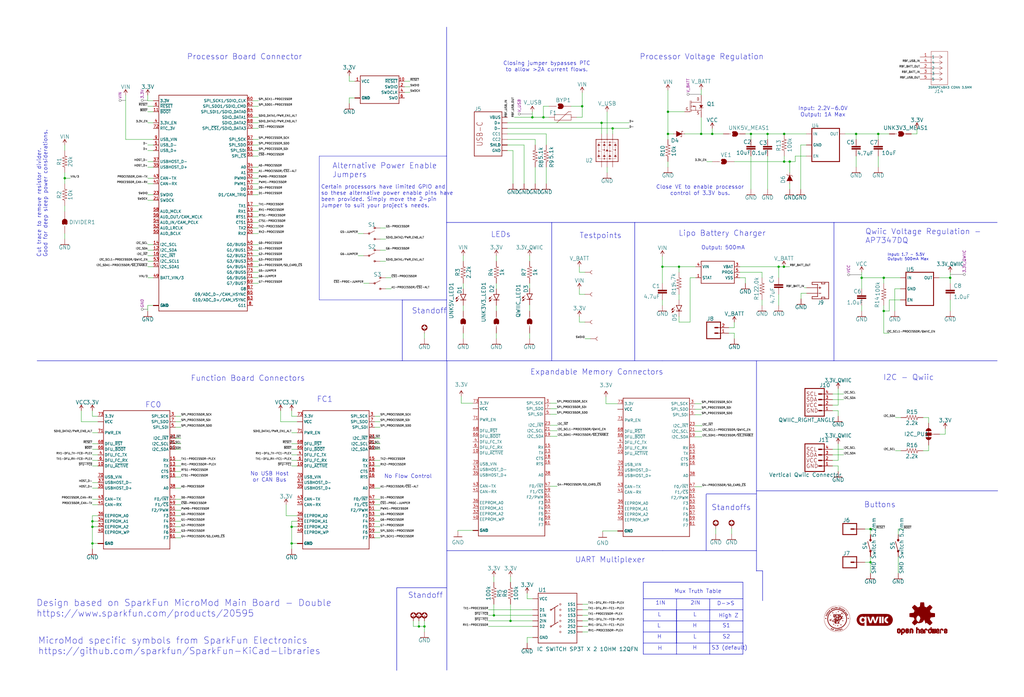
<source format=kicad_sch>
(kicad_sch (version 20250114) (generator "eeschema") (generator_version "9.0")
  (paper "User" 470.002 319.989)
  (title_block (title "MOSAIC Main Board") (date "2025-04-16") (rev "2.0") (company "Texas State Space Lab"))
  (lib_symbols
    (symbol "STAND-OFF-REFLOW-M2.5_2.5MM_TALL_1"
      (symbol "STAND-OFF-REFLOW-M2.5_2.5MM_TALL_1_1_0"
        (pin bidirectional line (at 0 -2.54 90) (length 2.54) (name "1") (number "1"))
      )
    )
    (symbol "SWITCH-SPDT-SMD-RIGHT-ANGLE_1"
      (property "Reference" "S" (at 1.27 3.048 0))
      (property "Value" "switch" (at 1.016 -3.302 0))
      (symbol "SWITCH-SPDT-SMD-RIGHT-ANGLE_1_1_0"
        (pin passive line (at -2.54 0 0) (length 2.54) (name "P") (number "2"))
        (pin passive line (at 5.08 2.54 180) (length 2.54) (name "O") (number "1"))
        (pin passive line (at 5.08 -2.54 180) (length 2.54) (name "S") (number "3"))
      )
    )
    (symbol "main_board_symbols_V1.0:0.1UF-0603-25V-(+80/-20%)"
      (property "Reference" "C" (at 1.524 2.921 0))
      (symbol "0.1UF-0603-25V-(+80/-20%)_1_0"
        (pin passive line (at 0 5.08 270) (length 2.54) (name "1") (number "1"))
        (pin passive line (at 0 -2.54 90) (length 2.54) (name "2") (number "2"))
      )
    )
    (symbol "main_board_symbols_V1.0:1.0UF-0603-16V-10%"
      (property "Reference" "C" (at 1.524 2.921 0))
      (symbol "1.0UF-0603-16V-10%_1_0"
        (pin passive line (at 0 5.08 270) (length 2.54) (name "1") (number "1"))
        (pin passive line (at 0 -2.54 90) (length 2.54) (name "2") (number "2"))
      )
    )
    (symbol "main_board_symbols_V1.0:100KOHM-0603-1/10W-1%"
      (property "Reference" "R" (at 0 1.524 0))
      (symbol "100KOHM-0603-1/10W-1%_1_0"
        (pin passive line (at -5.08 0 0) (length 2.54) (name "1") (number "1"))
        (pin passive line (at 5.08 0 180) (length 2.54) (name "2") (number "2"))
      )
    )
    (symbol "main_board_symbols_V1.0:10KOHM-0603-1/10W-1%"
      (property "Reference" "R" (at 0 1.524 0))
      (symbol "10KOHM-0603-1/10W-1%_1_0"
        (pin passive line (at -5.08 0 0) (length 2.54) (name "1") (number "1"))
        (pin passive line (at 5.08 0 180) (length 2.54) (name "2") (number "2"))
      )
    )
    (symbol "main_board_symbols_V1.0:10UF-0805-10V-10%"
      (property "Reference" "C" (at 1.524 2.921 0))
      (symbol "10UF-0805-10V-10%_1_0"
        (pin passive line (at 0 5.08 270) (length 2.54) (name "1") (number "1"))
        (pin passive line (at 0 -2.54 90) (length 2.54) (name "2") (number "2"))
      )
    )
    (symbol "main_board_symbols_V1.0:1KOHM-0603-1/10W-1%"
      (property "Reference" "R" (at 0 1.524 0))
      (symbol "1KOHM-0603-1/10W-1%_1_0"
        (pin passive line (at -5.08 0 0) (length 2.54) (name "1") (number "1"))
        (pin passive line (at 5.08 0 180) (length 2.54) (name "2") (number "2"))
      )
    )
    (symbol "main_board_symbols_V1.0:2.0KOHM-0603-1/10W-5%"
      (property "Reference" "R" (at 0 1.524 0))
      (symbol "2.0KOHM-0603-1/10W-5%_1_0"
        (pin passive line (at -5.08 0 0) (length 2.54) (name "1") (number "1"))
        (pin passive line (at 5.08 0 180) (length 2.54) (name "2") (number "2"))
      )
    )
    (symbol "main_board_symbols_V1.0:2.2KOHM-0603-1/10W-1%"
      (property "Reference" "R" (at 0 1.524 0))
      (symbol "2.2KOHM-0603-1/10W-1%_1_0"
        (pin passive line (at -5.08 0 0) (length 2.54) (name "1") (number "1"))
        (pin passive line (at 5.08 0 180) (length 2.54) (name "2") (number "2"))
      )
    )
    (symbol "main_board_symbols_V1.0:20KOHM-0603-1/10W-1%"
      (property "Reference" "R" (at 0 1.524 0))
      (symbol "20KOHM-0603-1/10W-1%_1_0"
        (pin passive line (at -5.08 0 0) (length 2.54) (name "1") (number "1"))
        (pin passive line (at 5.08 0 180) (length 2.54) (name "2") (number "2"))
      )
    )
    (symbol "main_board_symbols_V1.0:3.3V" (power)
      (property "Value" "3.3V" (at 0 2.794 0))
      (symbol "3.3V_1_0"
        (pin power_in line (at 0 0 90) (length 2.54) (name "3.3V") (number "1"))
      )
    )
    (symbol "main_board_symbols_V1.0:3.3V_QWIIC" (power)
      (property "Value" "3.3V_QWIIC" (at 0 2.794 0))
      (symbol "3.3V_QWIIC_1_0"
        (pin power_in line (at 0 0 90) (length 2.54) (name "3.3V_QWIIC") (number "1"))
      )
    )
    (symbol "main_board_symbols_V1.0:35RAPC4BH3" (pin_names (offset 0.254))
      (property "Reference" "J" (at 8.89 6.35 0))
      (property "Value" "35RAPC4BH3" (at 5.334 4.064 0))
      (symbol "35RAPC4BH3_1_1"
        (pin unspecified line (at 0 0 0) (length 5.08) (name "1") (number "1"))
        (pin unspecified line (at 0 -2.54 0) (length 5.08) (name "4") (number "4"))
        (pin unspecified line (at 0 -5.08 0) (length 5.08) (name "2") (number "2"))
        (pin unspecified line (at 0 -7.62 0) (length 5.08) (name "3") (number "3"))
        (pin unspecified line (at 0 -10.16 0) (length 5.08) (name "5") (number "5"))
      )
      (symbol "35RAPC4BH3_1_2"
        (pin unspecified line (at 0 0 0) (length 5.08) (name "1") (number "1"))
        (pin unspecified line (at 0 -2.54 0) (length 5.08) (name "4") (number "4"))
        (pin unspecified line (at 0 -5.08 0) (length 5.08) (name "2") (number "2"))
        (pin unspecified line (at 0 -7.62 0) (length 5.08) (name "3") (number "3"))
        (pin unspecified line (at 0 -10.16 0) (length 5.08) (name "5") (number "5"))
      )
    )
    (symbol "main_board_symbols_V1.0:4.7KOHM-0603-1/10W-1%"
      (property "Reference" "R" (at 0 1.524 0))
      (symbol "4.7KOHM-0603-1/10W-1%_1_0"
        (pin passive line (at -5.08 0 0) (length 2.54) (name "1") (number "1"))
        (pin passive line (at 5.08 0 180) (length 2.54) (name "2") (number "2"))
      )
    )
    (symbol "main_board_symbols_V1.0:4.7UF-0603-35V-(20%)"
      (property "Reference" "C" (at 1.524 2.921 0))
      (symbol "4.7UF-0603-35V-(20%)_1_0"
        (pin passive line (at 0 5.08 270) (length 2.54) (name "1") (number "1"))
        (pin passive line (at 0 -2.54 90) (length 2.54) (name "2") (number "2"))
      )
    )
    (symbol "main_board_symbols_V1.0:4.7UF-0603-6.3V-(10%)"
      (property "Reference" "C" (at 1.524 2.921 0))
      (symbol "4.7UF-0603-6.3V-(10%)_1_0"
        (pin passive line (at 0 5.08 270) (length 2.54) (name "1") (number "1"))
        (pin passive line (at 0 -2.54 90) (length 2.54) (name "2") (number "2"))
      )
    )
    (symbol "main_board_symbols_V1.0:5.1KOHM5.1KOHM-0603-1/10W-1%"
      (property "Reference" "R" (at 0 1.524 0))
      (symbol "5.1KOHM5.1KOHM-0603-1/10W-1%_1_0"
        (pin passive line (at -5.08 0 0) (length 2.54) (name "1") (number "1"))
        (pin passive line (at 5.08 0 180) (length 2.54) (name "2") (number "2"))
      )
    )
    (symbol "main_board_symbols_V1.0:AP7347DQ-33W5-7K-3.3V"
      (property "Reference" "U" (at -7.62 7.874 0))
      (symbol "AP7347DQ-33W5-7K-3.3V_1_0"
        (pin input line (at -10.16 5.08 0) (length 2.54) (name "IN") (number "1"))
        (pin input line (at -10.16 0 0) (length 2.54) (name "GND") (number "2"))
        (pin input line (at -10.16 -5.08 0) (length 2.54) (name "EN") (number "3"))
        (pin passive line (at 7.62 5.08 180) (length 2.54) (name "OUT") (number "5"))
      )
    )
    (symbol "main_board_symbols_V1.0:AP7361C-33FGEUDFN-8"
      (property "Reference" "U" (at -7.62 7.874 0))
      (symbol "AP7361C-33FGEUDFN-8_1_0"
        (pin input line (at -10.16 5.08 0) (length 2.54) (name "IN") (number "8"))
        (pin input line (at -10.16 0 0) (length 2.54) (name "GND") (number "4"))
        (pin input line (at -10.16 0 0) (length 2.54) (name "GND") (number "EP"))
        (pin bidirectional line (at -10.16 -5.08 0) (length 2.54) (name "EN") (number "5"))
        (pin output line (at 7.62 5.08 180) (length 2.54) (name "OUT") (number "1"))
      )
    )
    (symbol "main_board_symbols_V1.0:CONN_01PTH_NO_SILK_YES_STOP"
      (property "Reference" "J" (at -2.54 3.048 0))
      (symbol "CONN_01PTH_NO_SILK_YES_STOP_1_0"
        (pin passive line (at 7.62 0 180) (length 5.08) (name "1") (number "1"))
      )
    )
    (symbol "main_board_symbols_V1.0:CONN_021X02_NO_SILK"
      (property "Reference" "J" (at -2.54 5.588 0))
      (symbol "CONN_021X02_NO_SILK_1_0"
        (pin passive line (at 7.62 2.54 180) (length 5.08) (name "2") (number "2"))
        (pin passive line (at 7.62 0 180) (length 5.08) (name "1") (number "1"))
      )
    )
    (symbol "main_board_symbols_V1.0:CORTEX_JTAG_DEBUG_MINIMUM_PTH"
      (symbol "CORTEX_JTAG_DEBUG_MINIMUM_PTH_1_0"
        (pin bidirectional line (at -12.7 5.08 0) (length 2.54) (name "VCC") (number "1"))
        (pin bidirectional line (at -12.7 -2.54 0) (length 2.54) (name "GND") (number "3"))
        (pin bidirectional line (at -12.7 -2.54 0) (length 2.54) (name "GND") (number "5"))
        (pin bidirectional line (at -12.7 -2.54 0) (length 2.54) (name "GND") (number "9"))
        (pin bidirectional line (at 10.16 5.08 180) (length 2.54) (name "~{RESET}") (number "10"))
        (pin bidirectional line (at 10.16 2.54 180) (length 2.54) (name "SWDIO") (number "2"))
        (pin bidirectional line (at 10.16 0 180) (length 2.54) (name "SWDCLK") (number "4"))
        (pin bidirectional line (at 10.16 -2.54 180) (length 2.54) (name "SWO") (number "6"))
      )
    )
    (symbol "main_board_symbols_V1.0:DIODE-SCHOTTKY-B340A"
      (property "Reference" "D" (at -2.54 2.032 0))
      (symbol "DIODE-SCHOTTKY-B340A_1_0"
        (pin passive line (at -2.54 0 0) (length 0) (name "A") (number "A"))
        (pin passive line (at 2.54 0 180) (length 0) (name "C") (number "C"))
      )
    )
    (symbol "main_board_symbols_V1.0:DIODE-ZENER-MM3Z3V3T1G"
      (property "Reference" "D" (at -2.54 2.032 0))
      (symbol "DIODE-ZENER-MM3Z3V3T1G_1_0"
        (pin passive line (at -2.54 0 0) (length 0) (name "A") (number "A"))
        (pin passive line (at 2.54 0 180) (length 0) (name "C") (number "C"))
      )
    )
    (symbol "main_board_symbols_V1.0:GND" (power)
      (property "Value" "GND" (at 0 -0.254 0))
      (symbol "GND_1_0"
        (pin power_in line (at 0 2.54 270) (length 2.54) (name "GND") (number "1"))
      )
    )
    (symbol "main_board_symbols_V1.0:JST_2MM_MALE"
      (property "Reference" "J" (at -2.54 5.842 0))
      (symbol "JST_2MM_MALE_1_0"
        (pin bidirectional line (at -2.54 2.54 90) (length 0) (name "PAD1") (number "NC1"))
        (pin bidirectional line (at 0 -5.08 90) (length 5.08) (name "-") (number "1"))
        (pin bidirectional line (at 2.54 -5.08 90) (length 5.08) (name "+") (number "2"))
        (pin bidirectional line (at 5.08 2.54 90) (length 0) (name "PAD2") (number "NC2"))
      )
    )
    (symbol "main_board_symbols_V1.0:JUMPER-COMBO_2_NC_TRACE"
      (property "Reference" "JP" (at 0 2.794 0))
      (symbol "JUMPER-COMBO_2_NC_TRACE_1_0"
        (pin passive line (at -5.08 0 0) (length 2.54) (name "1") (number "1"))
        (pin passive line (at -5.08 0 0) (length 2.54) (name "1") (number "3"))
        (pin passive line (at 5.08 0 180) (length 2.54) (name "2") (number "2"))
        (pin passive line (at 5.08 0 180) (length 2.54) (name "2") (number "4"))
      )
    )
    (symbol "main_board_symbols_V1.0:JUMPER-SMT_2_NC_TRACE_SILK"
      (property "Reference" "JP" (at 0 3.048 0))
      (symbol "JUMPER-SMT_2_NC_TRACE_SILK_1_0"
        (pin passive line (at -5.08 0 0) (length 2.54) (name "1") (number "1"))
        (pin passive line (at 5.08 0 180) (length 2.54) (name "2") (number "2"))
      )
    )
    (symbol "main_board_symbols_V1.0:JUMPER-SMT_2_NO_SILK"
      (property "Reference" "JP" (at 0 2.794 0))
      (symbol "JUMPER-SMT_2_NO_SILK_1_0"
        (pin passive line (at -5.08 0 0) (length 2.54) (name "1") (number "1"))
        (pin passive line (at 5.08 0 180) (length 2.54) (name "2") (number "2"))
      )
    )
    (symbol "main_board_symbols_V1.0:JUMPER-SMT_3_2-NC_TRACE_SILK"
      (property "Reference" "JP" (at 6.096 1.524 0))
      (symbol "JUMPER-SMT_3_2-NC_TRACE_SILK_1_0"
        (pin passive line (at -5.08 0 0) (length 2.54) (name "2") (number "2"))
        (pin passive line (at 0 5.08 270) (length 2.54) (name "1") (number "1"))
        (pin passive line (at 0 -5.08 90) (length 2.54) (name "3") (number "3"))
      )
    )
    (symbol "main_board_symbols_V1.0:LED-RED0603"
      (property "Reference" "D" (at -3.429 -4.572 90))
      (symbol "LED-RED0603_1_0"
        (pin passive line (at 0 2.54 270) (length 2.54) (name "A") (number "A"))
        (pin passive line (at 0 -5.08 90) (length 2.54) (name "C") (number "C"))
      )
    )
    (symbol "main_board_symbols_V1.0:LED-YELLOW0603"
      (property "Reference" "D" (at -3.429 -4.572 90))
      (symbol "LED-YELLOW0603_1_0"
        (pin passive line (at 0 2.54 270) (length 2.54) (name "A") (number "A"))
        (pin passive line (at 0 -5.08 90) (length 2.54) (name "C") (number "C"))
      )
    )
    (symbol "main_board_symbols_V1.0:LOGO" (pin_names (offset 1.016)))
    (symbol "main_board_symbols_V1.0:MCP73831"
      (symbol "MCP73831_1_0"
        (pin power_in line (at -10.16 2.54 0) (length 2.54) (name "VIN") (number "4"))
        (pin output line (at -10.16 -2.54 0) (length 2.54) (name "STAT") (number "1"))
        (pin power_in line (at 10.16 2.54 180) (length 2.54) (name "VBAT") (number "3"))
        (pin input line (at 10.16 0 180) (length 2.54) (name "PROG") (number "5"))
        (pin power_in line (at 10.16 -2.54 180) (length 2.54) (name "VSS") (number "2"))
      )
    )
    (symbol "main_board_symbols_V1.0:MICROMOD-2222-C"
      (symbol "MICROMOD-2222-C_1_0"
        (pin bidirectional line (at -22.86 50.8 0) (length 2.54) (name "3.3V") (number "2"))
        (pin bidirectional line (at -22.86 50.8 0) (length 2.54) (name "3.3V") (number "74"))
        (pin bidirectional line (at -22.86 48.26 0) (length 2.54) (name "~{RESET}") (number "6"))
        (pin bidirectional line (at -22.86 45.72 0) (length 2.54) (name "~{BOOT}") (number "11"))
        (pin bidirectional line (at -22.86 40.64 0) (length 2.54) (name "3.3V_EN") (number "4"))
        (pin bidirectional line (at -22.86 38.1 0) (length 2.54) (name "RTC_3V") (number "72"))
        (pin bidirectional line (at -22.86 33.02 0) (length 2.54) (name "USB_VIN") (number "9"))
        (pin bidirectional line (at -22.86 30.48 0) (length 2.54) (name "USB_D-") (number "5"))
        (pin bidirectional line (at -22.86 27.94 0) (length 2.54) (name "USB_D+") (number "3"))
        (pin bidirectional line (at -22.86 22.86 0) (length 2.54) (name "USBHOST_D-") (number "37"))
        (pin bidirectional line (at -22.86 20.32 0) (length 2.54) (name "USBHOST_D+") (number "35"))
        (pin bidirectional line (at -22.86 15.24 0) (length 2.54) (name "CAN-TX") (number "43"))
        (pin bidirectional line (at -22.86 12.7 0) (length 2.54) (name "CAN-RX") (number "41"))
        (pin bidirectional line (at -22.86 7.62 0) (length 2.54) (name "SWDIO") (number "23"))
        (pin bidirectional line (at -22.86 5.08 0) (length 2.54) (name "SWDCK") (number "21"))
        (pin bidirectional line (at -22.86 0 0) (length 2.54) (name "AUD_MCLK") (number "58"))
        (pin bidirectional line (at -22.86 -2.54 0) (length 2.54) (name "AUD_OUT/CAM_MCLK") (number "56"))
        (pin bidirectional line (at -22.86 -5.08 0) (length 2.54) (name "AUD_IN/CAM_PCLK") (number "54"))
        (pin bidirectional line (at -22.86 -7.62 0) (length 2.54) (name "AUD_LRCLK") (number "52"))
        (pin bidirectional line (at -22.86 -10.16 0) (length 2.54) (name "AUD_BCLK") (number "50"))
        (pin bidirectional line (at -22.86 -15.24 0) (length 2.54) (name "I2C_SCL") (number "14"))
        (pin bidirectional line (at -22.86 -17.78 0) (length 2.54) (name "I2C_SDA") (number "12"))
        (pin bidirectional line (at -22.86 -20.32 0) (length 2.54) (name "I2C_~{INT}") (number "16"))
        (pin bidirectional line (at -22.86 -22.86 0) (length 2.54) (name "I2C_SCL1") (number "53"))
        (pin bidirectional line (at -22.86 -25.4 0) (length 2.54) (name "I2C_SDA1") (number "51"))
        (pin bidirectional line (at -22.86 -30.48 0) (length 2.54) (name "BATT_VIN/3") (number "49"))
        (pin bidirectional line (at -22.86 -43.18 0) (length 2.54) (name "GND") (number "1"))
        (pin bidirectional line (at -22.86 -43.18 0) (length 2.54) (name "GND") (number "33"))
        (pin bidirectional line (at -22.86 -43.18 0) (length 2.54) (name "GND") (number "36"))
        (pin bidirectional line (at -22.86 -43.18 0) (length 2.54) (name "GND") (number "39"))
        (pin bidirectional line (at -22.86 -43.18 0) (length 2.54) (name "GND") (number "45"))
        (pin bidirectional line (at -22.86 -43.18 0) (length 2.54) (name "GND") (number "7"))
        (pin bidirectional line (at -22.86 -43.18 0) (length 2.54) (name "GND") (number "75"))
        (pin bidirectional line (at 22.86 50.8 180) (length 2.54) (name "SPI_SCK1/SDIO_CLK") (number "60"))
        (pin bidirectional line (at 22.86 48.26 180) (length 2.54) (name "SPI_SDO1/SDIO_CMD") (number "62"))
        (pin bidirectional line (at 22.86 45.72 180) (length 2.54) (name "SPI_SDI1/SDIO_DATA0") (number "64"))
        (pin bidirectional line (at 22.86 43.18 180) (length 2.54) (name "SDIO_DATA1") (number "66"))
        (pin bidirectional line (at 22.86 40.64 180) (length 2.54) (name "SDIO_DATA2") (number "68"))
        (pin bidirectional line (at 22.86 38.1 180) (length 2.54) (name "SPI_~{CS1}/SDIO_DATA3") (number "70"))
        (pin bidirectional line (at 22.86 33.02 180) (length 2.54) (name "SPI_SCK") (number "57"))
        (pin bidirectional line (at 22.86 30.48 180) (length 2.54) (name "SPI_SDO") (number "59"))
        (pin bidirectional line (at 22.86 27.94 180) (length 2.54) (name "SPI_SDI") (number "61"))
        (pin bidirectional line (at 22.86 25.4 180) (length 2.54) (name "SPI_~{CS}") (number "55"))
        (pin bidirectional line (at 22.86 20.32 180) (length 2.54) (name "A0") (number "34"))
        (pin bidirectional line (at 22.86 17.78 180) (length 2.54) (name "A1") (number "38"))
        (pin bidirectional line (at 22.86 15.24 180) (length 2.54) (name "PWM0") (number "32"))
        (pin bidirectional line (at 22.86 12.7 180) (length 2.54) (name "PWM1") (number "47"))
        (pin bidirectional line (at 22.86 10.16 180) (length 2.54) (name "D0") (number "10"))
        (pin bidirectional line (at 22.86 7.62 180) (length 2.54) (name "D1/CAM_TRIG") (number "18"))
        (pin bidirectional line (at 22.86 2.54 180) (length 2.54) (name "TX1") (number "17"))
        (pin bidirectional line (at 22.86 0 180) (length 2.54) (name "RX1") (number "19"))
        (pin bidirectional line (at 22.86 -2.54 180) (length 2.54) (name "RTS1") (number "13"))
        (pin bidirectional line (at 22.86 -5.08 180) (length 2.54) (name "CTS1") (number "15"))
        (pin bidirectional line (at 22.86 -7.62 180) (length 2.54) (name "TX2") (number "22"))
        (pin bidirectional line (at 22.86 -10.16 180) (length 2.54) (name "RX2") (number "20"))
        (pin bidirectional line (at 22.86 -15.24 180) (length 2.54) (name "G0/BUS0") (number "40"))
        (pin bidirectional line (at 22.86 -17.78 180) (length 2.54) (name "G1/BUS1") (number "42"))
        (pin bidirectional line (at 22.86 -20.32 180) (length 2.54) (name "G2/BUS2") (number "44"))
        (pin bidirectional line (at 22.86 -22.86 180) (length 2.54) (name "G3/BUS3") (number "46"))
        (pin bidirectional line (at 22.86 -25.4 180) (length 2.54) (name "G4/BUS4") (number "48"))
        (pin bidirectional line (at 22.86 -27.94 180) (length 2.54) (name "G5/BUS5") (number "73"))
        (pin bidirectional line (at 22.86 -30.48 180) (length 2.54) (name "G6/BUS6") (number "71"))
        (pin bidirectional line (at 22.86 -33.02 180) (length 2.54) (name "G7/BUS7") (number "69"))
        (pin bidirectional line (at 22.86 -35.56 180) (length 2.54) (name "G8") (number "67"))
        (pin bidirectional line (at 22.86 -38.1 180) (length 2.54) (name "G9/ADC_D-/CAM_HSYNC") (number "65"))
        (pin bidirectional line (at 22.86 -40.64 180) (length 2.54) (name "G10/ADC_D+/CAM_VSYNC") (number "63"))
        (pin bidirectional line (at 22.86 -43.18 180) (length 2.54) (name "G11") (number "8"))
      )
    )
    (symbol "main_board_symbols_V1.0:MICROMOD-MEMORY-C"
      (symbol "MICROMOD-MEMORY-C_1_0"
        (pin bidirectional line (at -17.78 25.4 0) (length 2.54) (name "3.3V") (number "73"))
        (pin bidirectional line (at -17.78 22.86 0) (length 2.54) (name "VCC") (number "72"))
        (pin bidirectional line (at -17.78 22.86 0) (length 2.54) (name "VCC") (number "74"))
        (pin bidirectional line (at -17.78 17.78 0) (length 2.54) (name "PWR_EN") (number "71"))
        (pin bidirectional line (at -17.78 12.7 0) (length 2.54) (name "DFU_~{RST}") (number "68"))
        (pin bidirectional line (at -17.78 10.16 0) (length 2.54) (name "DFU_~{BOOT}") (number "66"))
        (pin bidirectional line (at -17.78 7.62 0) (length 2.54) (name "DFU_FC_TX") (number "4"))
        (pin bidirectional line (at -17.78 5.08 0) (length 2.54) (name "DFU_FC_RX") (number "6"))
        (pin bidirectional line (at -17.78 2.54 0) (length 2.54) (name "DFU_~{ACTIVE}") (number "10"))
        (pin bidirectional line (at -17.78 -2.54 0) (length 2.54) (name "USB_VIN") (number "70"))
        (pin bidirectional line (at -17.78 -5.08 0) (length 2.54) (name "USBHOST_D-") (number "37"))
        (pin bidirectional line (at -17.78 -7.62 0) (length 2.54) (name "USBHOST_D+") (number "35"))
        (pin bidirectional line (at -17.78 -12.7 0) (length 2.54) (name "CAN-TX") (number "43"))
        (pin bidirectional line (at -17.78 -15.24 0) (length 2.54) (name "CAN-RX") (number "41"))
        (pin bidirectional line (at -17.78 -20.32 0) (length 2.54) (name "EEPROM_A0") (number "36"))
        (pin bidirectional line (at -17.78 -22.86 0) (length 2.54) (name "EEPROM_A1") (number "34"))
        (pin bidirectional line (at -17.78 -25.4 0) (length 2.54) (name "EEPROM_A2") (number "32"))
        (pin bidirectional line (at -17.78 -27.94 0) (length 2.54) (name "EEPROM_WP") (number "40"))
        (pin bidirectional line (at -17.78 -33.02 0) (length 2.54) (name "GND") (number "1"))
        (pin bidirectional line (at -17.78 -33.02 0) (length 2.54) (name "GND") (number "2"))
        (pin bidirectional line (at -17.78 -33.02 0) (length 2.54) (name "GND") (number "33"))
        (pin bidirectional line (at -17.78 -33.02 0) (length 2.54) (name "GND") (number "39"))
        (pin bidirectional line (at -17.78 -33.02 0) (length 2.54) (name "GND") (number "45"))
        (pin bidirectional line (at -17.78 -33.02 0) (length 2.54) (name "GND") (number "75"))
        (pin bidirectional line (at -17.78 -33.02 0) (length 2.54) (name "GND") (number "8"))
        (pin bidirectional line (at 17.78 25.4 180) (length 2.54) (name "SPI_SCK") (number "3"))
        (pin bidirectional line (at 17.78 22.86 180) (length 2.54) (name "SPI_SDO") (number "7"))
        (pin bidirectional line (at 17.78 20.32 180) (length 2.54) (name "SPI_SDI") (number "5"))
        (pin bidirectional line (at 17.78 15.24 180) (length 2.54) (name "I2C_~{INT}") (number "23"))
        (pin bidirectional line (at 17.78 12.7 180) (length 2.54) (name "I2C_SCL") (number "21"))
        (pin bidirectional line (at 17.78 10.16 180) (length 2.54) (name "I2C_SDA") (number "19"))
        (pin bidirectional line (at 17.78 5.08 180) (length 2.54) (name "RX") (number "15"))
        (pin bidirectional line (at 17.78 2.54 180) (length 2.54) (name "TX") (number "13"))
        (pin bidirectional line (at 17.78 0 180) (length 2.54) (name "CTS") (number "18"))
        (pin bidirectional line (at 17.78 -2.54 180) (length 2.54) (name "RTS") (number "16"))
        (pin bidirectional line (at 17.78 -7.62 180) (length 2.54) (name "A0") (number "38"))
        (pin bidirectional line (at 17.78 -12.7 180) (length 2.54) (name "F0/~{INT}") (number "47"))
        (pin bidirectional line (at 17.78 -15.24 180) (length 2.54) (name "F1/~{CS}") (number "49"))
        (pin bidirectional line (at 17.78 -17.78 180) (length 2.54) (name "F2/PWM") (number "51"))
        (pin bidirectional line (at 17.78 -20.32 180) (length 2.54) (name "F3") (number "53"))
        (pin bidirectional line (at 17.78 -22.86 180) (length 2.54) (name "F4") (number "55"))
        (pin bidirectional line (at 17.78 -25.4 180) (length 2.54) (name "F5") (number "57"))
        (pin bidirectional line (at 17.78 -27.94 180) (length 2.54) (name "F6") (number "59"))
        (pin bidirectional line (at 17.78 -30.48 180) (length 2.54) (name "F7") (number "61"))
      )
    )
    (symbol "main_board_symbols_V1.0:MICROMOD_FUNCTION_MAIN"
      (symbol "MICROMOD_FUNCTION_MAIN_1_0"
        (pin bidirectional line (at -17.78 25.4 0) (length 2.54) (name "3.3V") (number "73"))
        (pin bidirectional line (at -17.78 22.86 0) (length 2.54) (name "VCC") (number "72"))
        (pin bidirectional line (at -17.78 22.86 0) (length 2.54) (name "VCC") (number "74"))
        (pin bidirectional line (at -17.78 17.78 0) (length 2.54) (name "PWR_EN") (number "71"))
        (pin bidirectional line (at -17.78 12.7 0) (length 2.54) (name "DFU_~{RST}") (number "68"))
        (pin bidirectional line (at -17.78 10.16 0) (length 2.54) (name "DFU_~{BOOT}") (number "66"))
        (pin bidirectional line (at -17.78 7.62 0) (length 2.54) (name "DFU_FC_TX") (number "4"))
        (pin bidirectional line (at -17.78 5.08 0) (length 2.54) (name "DFU_FC_RX") (number "6"))
        (pin bidirectional line (at -17.78 2.54 0) (length 2.54) (name "DFU_~{ACTIVE}") (number "10"))
        (pin bidirectional line (at -17.78 -2.54 0) (length 2.54) (name "USB_VIN") (number "70"))
        (pin bidirectional line (at -17.78 -5.08 0) (length 2.54) (name "USBHOST_D-") (number "37"))
        (pin bidirectional line (at -17.78 -7.62 0) (length 2.54) (name "USBHOST_D+") (number "35"))
        (pin bidirectional line (at -17.78 -12.7 0) (length 2.54) (name "CAN-TX") (number "43"))
        (pin bidirectional line (at -17.78 -15.24 0) (length 2.54) (name "CAN-RX") (number "41"))
        (pin bidirectional line (at -17.78 -20.32 0) (length 2.54) (name "EEPROM_A0") (number "36"))
        (pin bidirectional line (at -17.78 -22.86 0) (length 2.54) (name "EEPROM_A1") (number "34"))
        (pin bidirectional line (at -17.78 -25.4 0) (length 2.54) (name "EEPROM_A2") (number "32"))
        (pin bidirectional line (at -17.78 -27.94 0) (length 2.54) (name "EEPROM_WP") (number "40"))
        (pin bidirectional line (at -17.78 -33.02 0) (length 2.54) (name "GND") (number "1"))
        (pin bidirectional line (at -17.78 -33.02 0) (length 2.54) (name "GND") (number "2"))
        (pin bidirectional line (at -17.78 -33.02 0) (length 2.54) (name "GND") (number "33"))
        (pin bidirectional line (at -17.78 -33.02 0) (length 2.54) (name "GND") (number "39"))
        (pin bidirectional line (at -17.78 -33.02 0) (length 2.54) (name "GND") (number "45"))
        (pin bidirectional line (at -17.78 -33.02 0) (length 2.54) (name "GND") (number "75"))
        (pin bidirectional line (at -17.78 -33.02 0) (length 2.54) (name "GND") (number "8"))
        (pin bidirectional line (at 17.78 25.4 180) (length 2.54) (name "SPI_SCK") (number "3"))
        (pin bidirectional line (at 17.78 22.86 180) (length 2.54) (name "SPI_SDO") (number "7"))
        (pin bidirectional line (at 17.78 20.32 180) (length 2.54) (name "SPI_SDI") (number "5"))
        (pin bidirectional line (at 17.78 15.24 180) (length 2.54) (name "I2C_~{INT}") (number "23"))
        (pin bidirectional line (at 17.78 12.7 180) (length 2.54) (name "I2C_SCL") (number "21"))
        (pin bidirectional line (at 17.78 10.16 180) (length 2.54) (name "I2C_SDA") (number "19"))
        (pin bidirectional line (at 17.78 5.08 180) (length 2.54) (name "RX") (number "15"))
        (pin bidirectional line (at 17.78 2.54 180) (length 2.54) (name "TX") (number "13"))
        (pin bidirectional line (at 17.78 0 180) (length 2.54) (name "CTS") (number "18"))
        (pin bidirectional line (at 17.78 -2.54 180) (length 2.54) (name "RTS") (number "16"))
        (pin bidirectional line (at 17.78 -7.62 180) (length 2.54) (name "A0") (number "38"))
        (pin bidirectional line (at 17.78 -12.7 180) (length 2.54) (name "F0/~{INT}") (number "47"))
        (pin bidirectional line (at 17.78 -15.24 180) (length 2.54) (name "F1/~{CS}") (number "49"))
        (pin bidirectional line (at 17.78 -17.78 180) (length 2.54) (name "F2/PWM") (number "51"))
        (pin bidirectional line (at 17.78 -20.32 180) (length 2.54) (name "F3") (number "53"))
        (pin bidirectional line (at 17.78 -22.86 180) (length 2.54) (name "F4") (number "55"))
        (pin bidirectional line (at 17.78 -25.4 180) (length 2.54) (name "F5") (number "57"))
        (pin bidirectional line (at 17.78 -27.94 180) (length 2.54) (name "F6") (number "59"))
        (pin bidirectional line (at 17.78 -30.48 180) (length 2.54) (name "F7") (number "61"))
      )
    )
    (symbol "main_board_symbols_V1.0:MOMENTARY-SWITCH-SPST-SMD-5.2-TALL-REDUNDANT"
      (property "Reference" "S" (at 0 1.524 0))
      (symbol "MOMENTARY-SWITCH-SPST-SMD-5.2-TALL-REDUNDANT_1_0"
        (pin passive line (at -5.08 0 0) (length 2.54) (name "1") (number "1"))
        (pin passive line (at -5.08 0 0) (length 2.54) (name "1") (number "2"))
        (pin passive line (at 5.08 0 180) (length 2.54) (name "2") (number "3"))
        (pin passive line (at 5.08 0 180) (length 2.54) (name "2") (number "4"))
      )
    )
    (symbol "main_board_symbols_V1.0:MOSFET_PCH-DMG2307L"
      (property "Reference" "Q" (at 5.08 0 0))
      (symbol "MOSFET_PCH-DMG2307L_1_0"
        (text "G" (at -3.302 -0.508 0) (effects (font (size 1.27 1.0795)) (justify right top)))
        (text "D" (at 0.508 2.54 0) (effects (font (size 1.27 1.0795)) (justify left bottom)))
        (text "S" (at 0.508 -3.81 0) (effects (font (size 1.27 1.0795)) (justify left bottom)))
        (pin bidirectional line (at -5.08 -2.54 0) (length 2.54) (name "G") (number "1"))
        (pin bidirectional line (at 2.54 5.08 270) (length 2.54) (name "D") (number "3"))
        (pin bidirectional line (at 2.54 -5.08 90) (length 2.54) (name "S") (number "2"))
      )
    )
    (symbol "main_board_symbols_V1.0:OSHW-LOGOL")
    (symbol "main_board_symbols_V1.0:PPTC_6V2A"
      (property "Reference" "F" (at 1.905 3.175 0))
      (symbol "PPTC_6V2A_1_0"
        (pin bidirectional line (at -5.08 0 0) (length 2.54) (name "1") (number "1"))
        (pin bidirectional line (at 7.62 0 180) (length 2.54) (name "2") (number "2"))
      )
    )
    (symbol "main_board_symbols_V1.0:QWIIC_CONNECTOR"
      (property "Reference" "J" (at -5.08 7.874 0))
      (symbol "QWIIC_CONNECTOR_1_0"
        (text "SCL" (at -4.572 5.08 0) (effects (font (size 1.778 1.778)) (justify left)))
        (text "SDA" (at -4.572 2.54 0) (effects (font (size 1.778 1.778)) (justify left)))
        (text "VCC" (at -4.572 0 0) (effects (font (size 1.778 1.778)) (justify left)))
        (text "GND" (at -4.572 -2.54 0) (effects (font (size 1.778 1.778)) (justify left)))
        (pin passive line (at 7.62 5.08 180) (length 5.08) (name "4") (number "4"))
        (pin passive line (at 7.62 2.54 180) (length 5.08) (name "3") (number "3"))
        (pin power_in line (at 7.62 0 180) (length 5.08) (name "2") (number "2"))
        (pin power_in line (at 7.62 -2.54 180) (length 5.08) (name "1") (number "1"))
      )
    )
    (symbol "main_board_symbols_V1.0:QWIIC_CONNECTORJS-1MM"
      (property "Reference" "J" (at -5.08 7.874 0))
      (symbol "QWIIC_CONNECTORJS-1MM_1_0"
        (text "SCL" (at -4.572 5.08 0) (effects (font (size 1.778 1.778)) (justify left)))
        (text "SDA" (at -4.572 2.54 0) (effects (font (size 1.778 1.778)) (justify left)))
        (text "VCC" (at -4.572 0 0) (effects (font (size 1.778 1.778)) (justify left)))
        (text "GND" (at -4.572 -2.54 0) (effects (font (size 1.778 1.778)) (justify left)))
        (pin passive line (at 7.62 5.08 180) (length 5.08) (name "4") (number "4"))
        (pin passive line (at 7.62 2.54 180) (length 5.08) (name "3") (number "3"))
        (pin power_in line (at 7.62 0 180) (length 5.08) (name "2") (number "2"))
        (pin power_in line (at 7.62 -2.54 180) (length 5.08) (name "1") (number "1"))
      )
    )
    (symbol "main_board_symbols_V1.0:QWIIC_LOGO_8MM")
    (symbol "main_board_symbols_V1.0:STAND-OFF-REFLOW-M2.5_2.5MM_TALL"
      (symbol "STAND-OFF-REFLOW-M2.5_2.5MM_TALL_1_0"
        (pin bidirectional line (at 0 -2.54 90) (length 2.54) (name "1") (number "1"))
      )
    )
    (symbol "main_board_symbols_V1.0:STG3856QTR"
      (property "Reference" "U" (at -7.62 13.208 0))
      (symbol "STG3856QTR_1_0"
        (pin power_in line (at -10.16 10.16 0) (length 2.54) (name "VCC") (number "P11"))
        (pin bidirectional line (at -10.16 5.08 0) (length 2.54) (name "D1") (number "P4"))
        (pin bidirectional line (at -10.16 2.54 0) (length 2.54) (name "1IN") (number "P12"))
        (pin bidirectional line (at -10.16 0 0) (length 2.54) (name "2IN") (number "P10"))
        (pin bidirectional line (at -10.16 -2.54 0) (length 2.54) (name "D2") (number "P6"))
        (pin power_in line (at -10.16 -7.62 0) (length 2.54) (name "GND") (number "P5"))
        (pin bidirectional line (at 12.7 7.62 180) (length 2.54) (name "1S1") (number "P1"))
        (pin bidirectional line (at 12.7 5.08 180) (length 2.54) (name "1S2") (number "P2"))
        (pin bidirectional line (at 12.7 2.54 180) (length 2.54) (name "1S3") (number "P3"))
        (pin bidirectional line (at 12.7 0 180) (length 2.54) (name "2S1") (number "P9"))
        (pin bidirectional line (at 12.7 -2.54 180) (length 2.54) (name "2S2") (number "P8"))
        (pin bidirectional line (at 12.7 -5.08 180) (length 2.54) (name "2S3") (number "P7"))
      )
    )
    (symbol "main_board_symbols_V1.0:SWITCH-SPDT-SMD-RIGHT-ANGLE"
      (property "Reference" "S" (at 1.27 3.048 0))
      (symbol "SWITCH-SPDT-SMD-RIGHT-ANGLE_1_0"
        (pin passive line (at -2.54 0 0) (length 2.54) (name "P") (number "2"))
        (pin passive line (at 5.08 2.54 180) (length 2.54) (name "O") (number "1"))
        (pin passive line (at 5.08 -2.54 180) (length 2.54) (name "S") (number "3"))
      )
    )
    (symbol "main_board_symbols_V1.0:TEST-POINT3X5"
      (symbol "TEST-POINT3X5_1_0"
        (pin bidirectional line (at 0 0 180) (length 0) (name "1") (number "1"))
      )
    )
    (symbol "main_board_symbols_V1.0:TVS_DIODE_ARRAYSMD"
      (symbol "TVS_DIODE_ARRAYSMD_1_0"
        (pin bidirectional line (at -2.54 7.62 270) (length 2.54) (name "IO4") (number "6"))
        (pin bidirectional line (at -2.54 -7.62 90) (length 2.54) (name "IO1") (number "1"))
        (pin bidirectional line (at 0 7.62 270) (length 2.54) (name "VCC") (number "5"))
        (pin bidirectional line (at 0 -7.62 90) (length 2.54) (name "VSS") (number "2"))
        (pin bidirectional line (at 2.54 7.62 270) (length 2.54) (name "IO3") (number "4"))
        (pin bidirectional line (at 2.54 -7.62 90) (length 2.54) (name "IO2") (number "3"))
      )
    )
    (symbol "main_board_symbols_V1.0:USB_C_2-LAYER_PADS"
      (property "Reference" "J" (at -2.54 10.414 0))
      (symbol "USB_C_2-LAYER_PADS_1_0"
        (text "USB-C" (at 0 0 900) (effects (font (size 2.54 2.159))))
        (pin bidirectional line (at 12.7 7.62 180) (length 2.54) (name "VBUS") (number "VBUS1"))
        (pin bidirectional line (at 12.7 7.62 180) (length 2.54) (name "VBUS") (number "VBUS2"))
        (pin bidirectional line (at 12.7 5.08 180) (length 2.54) (name "D+") (number "A6"))
        (pin bidirectional line (at 12.7 5.08 180) (length 2.54) (name "D+") (number "B6"))
        (pin bidirectional line (at 12.7 2.54 180) (length 2.54) (name "D-") (number "A7"))
        (pin bidirectional line (at 12.7 2.54 180) (length 2.54) (name "D-") (number "B7"))
        (pin bidirectional line (at 12.7 0 180) (length 2.54) (name "CC1") (number "A5"))
        (pin bidirectional line (at 12.7 -2.54 180) (length 2.54) (name "CC2") (number "B5"))
        (pin bidirectional line (at 12.7 -5.08 180) (length 2.54) (name "SHLD") (number "SHLD1"))
        (pin bidirectional line (at 12.7 -5.08 180) (length 2.54) (name "SHLD") (number "SHLD2"))
        (pin bidirectional line (at 12.7 -5.08 180) (length 2.54) (name "SHLD") (number "SHLD3"))
        (pin bidirectional line (at 12.7 -5.08 180) (length 2.54) (name "SHLD") (number "SHLD4"))
        (pin bidirectional line (at 12.7 -7.62 180) (length 2.54) (name "GND") (number "GND"))
        (pin bidirectional line (at 12.7 -7.62 180) (length 2.54) (name "GND") (number "GND2"))
      )
    )
    (symbol "main_board_symbols_V1.0:VCC" (power)
      (property "Value" "VCC" (at 0 2.794 0))
      (symbol "VCC_1_0"
        (pin power_in line (at 0 0 90) (length 2.54) (name "VCC") (number "1"))
      )
    )
    (symbol "main_board_symbols_V1.0:VIN" (power)
      (property "Value" "VIN" (at 0 2.794 0))
      (symbol "VIN_1_0"
        (pin power_in line (at 0 0 90) (length 2.54) (name "VIN") (number "1"))
      )
    )
    (symbol "main_board_symbols_V1.0:V_BATT" (power)
      (property "Value" "V_BATT" (at 0 2.794 0))
      (symbol "V_BATT_1_0"
        (pin power_in line (at 0 0 90) (length 2.54) (name "V_BATT") (number "1"))
      )
    )
    (symbol "main_board_symbols_V1.0:V_USB" (power)
      (property "Value" "V_USB" (at 0 2.794 0))
      (symbol "V_USB_1_0"
        (pin power_in line (at 0 0 90) (length 2.54) (name "V_USB") (number "1"))
      )
    )
  )
  (text "FC1" (at 149.098 183.388 0) (effects (font (size 2.54 2.54))))
  (text "Function Board Connectors" (at 113.792 173.736 0) (effects (font (size 2.54 2.54))))
  (text "Design based on SparkFun MicroMod Main Board - Double\nhttps://www.sparkfun.com/products/20595" (at 16.637 283.464 0) (effects (font (size 3 3)) (justify left bottom)))
  (text "H" (at 317.881 288.29 0) (effects (font (size 1.778 1.778)) (justify left bottom)))
  (text "H" (at 301.625 293.37 0) (effects (font (size 1.778 1.778)) (justify left bottom)))
  (text "I2C - Qwiic" (at 417.068 173.355 0) (effects (font (size 2.54 2.54))))
  (text "Standoff" (at 188.976 144.272 0) (effects (font (size 2.54 2.54)) (justify left bottom)))
  (text "Mux Truth Table" (at 309.499 272.542 0) (effects (font (size 1.778 1.778)) (justify left bottom)))
  (text "Processor Voltage Regulation" (at 322.072 26.162 0) (effects (font (size 2.54 2.54))))
  (text "L" (at 301.625 288.29 0) (effects (font (size 1.778 1.778)) (justify left bottom)))
  (text "L" (at 318.135 283.21 0) (effects (font (size 1.778 1.778)) (justify left bottom)))
  (text "Processor Board Connector" (at 112.268 26.162 0) (effects (font (size 2.54 2.54))))
  (text "No Flow Control" (at 187.325 218.694 0) (effects (font (size 1.778 1.778))))
  (text "MicroMod specific symbols from SparkFun Electronics\nhttps://github.com/sparkfun/SparkFun-KiCad-Libraries" (at 17.399 300.736 0) (effects (font (size 3 3)) (justify left bottom)))
  (text "Testpoints" (at 265.938 109.728 0) (effects (font (size 2.54 2.54)) (justify left bottom)))
  (text "Input: 1.7 - 5.5V\nOutput: 500mA Max" (at 407.289 119.761 0) (effects (font (size 1.27 1.27)) (justify left bottom)))
  (text "Lipo Battery Charger" (at 331.47 107.188 0) (effects (font (size 2.54 2.54))))
  (text "FC0" (at 70.358 185.928 0) (effects (font (size 2.54 2.54))))
  (text "Output: 500mA" (at 321.818 114.808 0) (effects (font (size 1.778 1.778)) (justify left bottom)))
  (text "Cut trace to remove resistor divider.\nGood for deep sleep power considerations." (at 21.844 118.11 90) (effects (font (size 1.778 1.778)) (justify left bottom)))
  (text "Close VE to enable processor\ncontrol of 3.3V bus." (at 321.31 87.376 0) (effects (font (size 1.778 1.778))))
  (text "Buttons" (at 403.86 231.775 0) (effects (font (size 2.54 2.54))))
  (text "Expandable Memory Connectors" (at 243.332 172.339 0) (effects (font (size 2.54 2.54)) (justify left bottom)))
  (text "Alternative Power Enable\nJumpers" (at 152.527 81.788 0) (effects (font (size 2.54 2.54)) (justify left bottom)))
  (text "2IN" (at 316.865 277.876 0) (effects (font (size 1.778 1.778)) (justify left bottom)))
  (text "Standoff" (at 187.198 274.828 0) (effects (font (size 2.54 2.54)) (justify left bottom)))
  (text "S2" (at 331.597 293.37 0) (effects (font (size 1.778 1.778)) (justify left bottom)))
  (text "L" (at 301.879 283.21 0) (effects (font (size 1.778 1.778)) (justify left bottom)))
  (text "UART Multiplexer" (at 280.035 257.048 0) (effects (font (size 2.54 2.54))))
  (text "S3 (default)" (at 326.517 298.45 0) (effects (font (size 1.778 1.778)) (justify left bottom)))
  (text "Certain processors have limited GPIO and\nso these alternative power enable pins have\nbeen provided. Simply move the 2-pin\nJumper to suit your project's needs." (at 147.32 95.504 0) (effects (font (size 1.778 1.778)) (justify left bottom)))
  (text "Input: 2.2V-6.0V\nOutput: 1A Max" (at 377.698 51.308 0) (effects (font (size 1.778 1.778))))
  (text "H" (at 301.879 298.704 0) (effects (font (size 1.778 1.778)) (justify left bottom)))
  (text "H" (at 317.881 298.45 0) (effects (font (size 1.778 1.778)) (justify left bottom)))
  (text "S1" (at 331.597 288.29 0) (effects (font (size 1.778 1.778)) (justify left bottom)))
  (text "LEDs" (at 225.298 109.22 0) (effects (font (size 2.54 2.54)) (justify left bottom)))
  (text "Closing jumper bypasses PTC\nto allow >2A current flows." (at 250.952 30.607 0) (effects (font (size 1.778 1.778))))
  (text "No USB Host\nor CAN Bus" (at 123.698 218.948 0) (effects (font (size 1.778 1.778))))
  (text "1IN" (at 300.863 277.876 0) (effects (font (size 1.778 1.778)) (justify left bottom)))
  (text "D->S" (at 329.057 278.13 0) (effects (font (size 1.778 1.778)) (justify left bottom)))
  (text "L" (at 318.135 293.37 0) (effects (font (size 1.778 1.778)) (justify left bottom)))
  (text "Standoffs" (at 326.517 234.569 0) (effects (font (size 2.54 2.54)) (justify left bottom)))
  (text "High Z" (at 329.819 283.718 0) (effects (font (size 1.778 1.778)) (justify left bottom)))
  (text "Qwiic Voltage Regulation - \nAP7347DQ" (at 397.129 112.014 0) (effects (font (size 2.54 2.54)) (justify left bottom)))
  (junction (at 399.542 258.064))
  (junction (at 359.791 122.428))
  (junction (at 352.298 61.468))
  (junction (at 234.315 284.988))
  (junction (at 42.418 239.268))
  (junction (at 311.658 122.428))
  (junction (at 194.818 287.528))
  (junction (at 276.098 56.388))
  (junction (at 306.578 61.468))
  (junction (at 359.918 74.168))
  (junction (at 392.938 61.468))
  (junction (at 405.638 142.748))
  (junction (at 326.898 61.468))
  (junction (at 133.858 249.428))
  (junction (at 267.208 48.768))
  (junction (at 399.542 242.824))
  (junction (at 249.428 53.848))
  (junction (at 359.918 61.468))
  (junction (at 281.178 58.928))
  (junction (at 42.418 249.428))
  (junction (at 306.578 51.308))
  (junction (at 42.418 241.808))
  (junction (at 362.458 74.168))
  (junction (at 29.718 81.788))
  (junction (at 321.818 61.468))
  (junction (at 344.678 61.468))
  (junction (at 436.118 127.508))
  (junction (at 192.278 287.528))
  (junction (at 405.638 127.508))
  (junction (at 395.478 127.508))
  (junction (at 244.348 53.848))
  (junction (at 357.378 122.428))
  (junction (at 226.695 282.448))
  (junction (at 133.858 241.808))
  (junction (at 304.038 122.428))
  (junction (at 403.098 61.468))
  (wire (pts (xy 118.618 94.488) (xy 116.078 94.488)) (stroke (width 0.1524)))
  (wire (pts (xy 42.418 236.728) (xy 42.418 239.268)) (stroke (width 0.1524)))
  (wire (pts (xy 250.698 61.468) (xy 250.698 66.548)) (stroke (width 0.1524)))
  (polyline (pts (xy 325.755 300.228) (xy 340.995 300.228)) (stroke (width 0.2032) (type solid)))
  (wire (pts (xy 262.128 48.768) (xy 267.208 48.768)) (stroke (width 0.1524)))
  (wire (pts (xy 349.758 124.968) (xy 349.758 127.508)) (stroke (width 0.1524)))
  (wire (pts (xy 306.578 76.708) (xy 306.578 74.168)) (stroke (width 0.1524)))
  (wire (pts (xy 177.038 132.588) (xy 179.578 132.588)) (stroke (width 0.1524)))
  (wire (pts (xy 335.788 242.57) (xy 335.788 245.11)) (stroke (width 0.1524)))
  (polyline (pts (xy 205.105 252.73) (xy 205.105 307.594)) (stroke (width 0.2032) (type solid)))
  (wire (pts (xy 67.818 140.208) (xy 67.818 142.748)) (stroke (width 0.1524)))
  (wire (pts (xy 234.315 264.668) (xy 234.315 267.208)) (stroke (width 0.1524)))
  (wire (pts (xy 412.242 245.364) (xy 412.242 242.824)) (stroke (width 0.1524)))
  (wire (pts (xy 118.618 112.268) (xy 116.078 112.268)) (stroke (width 0.1524)))
  (wire (pts (xy 118.618 97.028) (xy 116.078 97.028)) (stroke (width 0.1524)))
  (wire (pts (xy 29.718 107.188) (xy 29.718 109.728)) (stroke (width 0.1524)))
  (wire (pts (xy 369.189 132.08) (xy 370.205 132.08)) (stroke (width 0.1524)))
  (wire (pts (xy 42.418 203.708) (xy 44.958 203.708)) (stroke (width 0.1524)))
  (wire (pts (xy 319.278 122.428) (xy 311.658 122.428)) (stroke (width 0.1524)))
  (wire (pts (xy 80.518 224.028) (xy 83.058 224.028)) (stroke (width 0.1524)))
  (wire (pts (xy 116.078 66.548) (xy 118.618 66.548)) (stroke (width 0.1524)))
  (wire (pts (xy 316.738 127.508) (xy 319.278 127.508)) (stroke (width 0.1524)))
  (wire (pts (xy 384.683 185.928) (xy 382.143 185.928)) (stroke (width 0.1524)))
  (polyline (pts (xy 340.995 295.148) (xy 340.995 290.068)) (stroke (width 0.2032) (type solid)))
  (polyline (pts (xy 204.978 165.608) (xy 204.978 137.668)) (stroke (width 0.2032) (type solid)))
  (polyline (pts (xy 340.995 267.208) (xy 340.995 274.828)) (stroke (width 0.2032) (type solid)))
  (wire (pts (xy 244.348 53.848) (xy 249.428 53.848)) (stroke (width 0.1524)))
  (wire (pts (xy 241.935 272.288) (xy 241.935 274.828)) (stroke (width 0.1524)))
  (wire (pts (xy 234.315 284.988) (xy 244.475 284.988)) (stroke (width 0.1524)))
  (wire (pts (xy 133.858 211.328) (xy 136.398 211.328)) (stroke (width 0.1524)))
  (polyline (pts (xy 253.238 165.608) (xy 204.978 165.608)) (stroke (width 0.2032) (type solid)))
  (wire (pts (xy 405.638 152.908) (xy 408.178 152.908)) (stroke (width 0.1524)))
  (wire (pts (xy 326.898 58.928) (xy 326.898 61.468)) (stroke (width 0.1524)))
  (wire (pts (xy 133.858 213.868) (xy 136.398 213.868)) (stroke (width 0.1524)))
  (wire (pts (xy 44.958 249.428) (xy 42.418 249.428)) (stroke (width 0.1524)))
  (polyline (pts (xy 253.238 102.108) (xy 291.338 102.108)) (stroke (width 0.2032) (type solid)))
  (wire (pts (xy 44.958 239.268) (xy 42.418 239.268)) (stroke (width 0.1524)))
  (wire (pts (xy 212.598 140.208) (xy 212.598 142.748)) (stroke (width 0.1524)))
  (wire (pts (xy 128.778 193.548) (xy 128.778 188.468)) (stroke (width 0.1524)))
  (wire (pts (xy 57.658 64.008) (xy 57.658 43.688)) (stroke (width 0.1524)))
  (polyline (pts (xy 204.978 102.108) (xy 204.978 71.628)) (stroke (width 0.2032) (type solid)))
  (wire (pts (xy 357.378 122.428) (xy 357.378 127.508)) (stroke (width 0.1524)))
  (wire (pts (xy 311.658 137.668) (xy 311.658 135.128)) (stroke (width 0.1524)))
  (wire (pts (xy 80.518 234.188) (xy 83.058 234.188)) (stroke (width 0.1524)))
  (polyline (pts (xy 204.978 71.628) (xy 146.558 71.628)) (stroke (width 0.1524) (type solid)))
  (wire (pts (xy 194.818 284.988) (xy 194.818 287.528)) (stroke (width 0.1524)))
  (wire (pts (xy 436.118 130.048) (xy 436.118 127.508)) (stroke (width 0.1524)))
  (wire (pts (xy 395.478 124.968) (xy 395.478 127.508)) (stroke (width 0.1524)))
  (wire (pts (xy 339.598 122.428) (xy 357.378 122.428)) (stroke (width 0.1524)))
  (wire (pts (xy 212.598 155.448) (xy 212.598 152.908)) (stroke (width 0.1524)))
  (wire (pts (xy 192.278 284.988) (xy 192.278 287.528)) (stroke (width 0.1524)))
  (polyline (pts (xy 340.995 274.828) (xy 325.755 274.828)) (stroke (width 0.2032) (type solid)))
  (wire (pts (xy 194.818 290.068) (xy 194.818 287.528)) (stroke (width 0.1524)))
  (wire (pts (xy 337.058 152.908) (xy 337.058 155.448)) (stroke (width 0.1524)))
  (wire (pts (xy 278.638 51.308) (xy 278.638 61.468)) (stroke (width 0.1524)))
  (wire (pts (xy 392.938 64.008) (xy 392.938 61.468)) (stroke (width 0.1524)))
  (wire (pts (xy 70.358 64.008) (xy 57.658 64.008)) (stroke (width 0.1524)))
  (wire (pts (xy 352.298 86.868) (xy 352.298 71.628)) (stroke (width 0.1524)))
  (polyline (pts (xy 340.995 279.908) (xy 340.995 274.828)) (stroke (width 0.2032) (type solid)))
  (wire (pts (xy 171.958 206.248) (xy 174.498 206.248)) (stroke (width 0.1524)))
  (wire (pts (xy 133.858 241.808) (xy 133.858 249.428)) (stroke (width 0.1524)))
  (wire (pts (xy 227.838 155.448) (xy 227.838 152.908)) (stroke (width 0.1524)))
  (wire (pts (xy 399.542 258.064) (xy 399.542 263.144)) (stroke (width 0.1524)))
  (wire (pts (xy 426.212 204.343) (xy 426.212 206.883)) (stroke (width 0.1524)))
  (wire (pts (xy 359.918 74.168) (xy 359.918 71.628)) (stroke (width 0.1524)))
  (wire (pts (xy 29.718 79.248) (xy 29.718 81.788)) (stroke (width 0.1524)))
  (polyline (pts (xy 295.275 290.068) (xy 340.995 290.068)) (stroke (width 0.2032) (type solid)))
  (wire (pts (xy 166.878 107.188) (xy 164.338 107.188)) (stroke (width 0.1524)))
  (wire (pts (xy 171.958 191.008) (xy 174.498 191.008)) (stroke (width 0.1524)))
  (wire (pts (xy 42.418 206.248) (xy 44.958 206.248)) (stroke (width 0.1524)))
  (wire (pts (xy 118.618 107.188) (xy 116.078 107.188)) (stroke (width 0.1524)))
  (wire (pts (xy 136.398 193.548) (xy 128.778 193.548)) (stroke (width 0.1524)))
  (wire (pts (xy 133.858 203.708) (xy 136.398 203.708)) (stroke (width 0.1524)))
  (wire (pts (xy 306.578 51.308) (xy 306.578 41.402)) (stroke (width 0.1524)))
  (wire (pts (xy 44.958 221.488) (xy 42.418 221.488)) (stroke (width 0.1524)))
  (wire (pts (xy 42.418 239.268) (xy 42.418 241.808)) (stroke (width 0.1524)))
  (wire (pts (xy 252.603 223.139) (xy 255.778 223.139)))
  (polyline (pts (xy 340.995 284.988) (xy 340.995 279.908)) (stroke (width 0.2032) (type solid)))
  (wire (pts (xy 194.818 152.908) (xy 194.818 155.448)) (stroke (width 0.1524)))
  (wire (pts (xy 357.378 140.208) (xy 357.378 135.128)) (stroke (width 0.1524)))
  (wire (pts (xy 174.498 109.728) (xy 177.038 109.728)) (stroke (width 0.1524)))
  (wire (pts (xy 80.518 236.728) (xy 83.058 236.728)) (stroke (width 0.1524)))
  (wire (pts (xy 42.418 191.008) (xy 42.418 188.468)) (stroke (width 0.1524)))
  (wire (pts (xy 403.098 64.008) (xy 403.098 61.468)) (stroke (width 0.1524)))
  (wire (pts (xy 116.078 58.928) (xy 118.618 58.928)) (stroke (width 0.1524)))
  (wire (pts (xy 42.418 213.868) (xy 44.958 213.868)) (stroke (width 0.1524)))
  (wire (pts (xy 171.958 213.868) (xy 174.498 213.868)) (stroke (width 0.1524)))
  (wire (pts (xy 80.518 191.008) (xy 83.058 191.008)) (stroke (width 0.1524)))
  (wire (pts (xy 268.478 135.128) (xy 265.938 135.128)) (stroke (width 0.1524)))
  (wire (pts (xy 384.683 178.308) (xy 384.683 185.928)) (stroke (width 0.1524)))
  (wire (pts (xy 44.958 241.808) (xy 42.418 241.808)) (stroke (width 0.1524)))
  (wire (pts (xy 44.958 236.728) (xy 42.418 236.728)) (stroke (width 0.1524)))
  (wire (pts (xy 405.638 142.748) (xy 405.638 140.208)) (stroke (width 0.1524)))
  (wire (pts (xy 67.818 76.708) (xy 70.358 76.708)) (stroke (width 0.1524)))
  (wire (pts (xy 267.208 48.768) (xy 267.208 53.848)) (stroke (width 0.1524)))
  (wire (pts (xy 267.208 42.545) (xy 267.208 46.609)))
  (wire (pts (xy 224.155 282.448) (xy 226.695 282.448)) (stroke (width 0.1524)))
  (wire (pts (xy 80.518 218.948) (xy 83.058 218.948)) (stroke (width 0.1524)))
  (wire (pts (xy 314.198 61.468) (xy 321.818 61.468)) (stroke (width 0.1524)))
  (wire (pts (xy 185.674 37.338) (xy 188.214 37.338)) (stroke (width 0.1524)))
  (wire (pts (xy 252.603 195.199) (xy 255.778 195.199)))
  (polyline (pts (xy 324.231 226.695) (xy 347.091 226.695)) (stroke (width 0.2032) (type solid)))
  (wire (pts (xy 344.678 64.008) (xy 344.678 61.468)) (stroke (width 0.1524)))
  (wire (pts (xy 70.358 69.088) (xy 67.818 69.088)) (stroke (width 0.1524)))
  (wire (pts (xy 311.658 124.968) (xy 311.658 122.428)) (stroke (width 0.1524)))
  (wire (pts (xy 80.518 213.868) (xy 83.058 213.868)) (stroke (width 0.1524)))
  (wire (pts (xy 67.818 89.408) (xy 70.358 89.408)) (stroke (width 0.1524)))
  (polyline (pts (xy 291.338 102.108) (xy 291.338 165.608)) (stroke (width 0.2032) (type solid)))
  (wire (pts (xy 169.418 130.048) (xy 166.878 130.048)) (stroke (width 0.1524)))
  (wire (pts (xy 212.598 119.888) (xy 212.598 117.348)) (stroke (width 0.1524)))
  (wire (pts (xy 171.958 241.808) (xy 174.498 241.808)) (stroke (width 0.1524)))
  (polyline (pts (xy 295.275 295.148) (xy 295.275 300.228)) (stroke (width 0.2032) (type solid)))
  (wire (pts (xy 70.358 48.768) (xy 67.818 48.768)) (stroke (width 0.1524)))
  (wire (pts (xy 384.683 188.468) (xy 384.683 191.008)) (stroke (width 0.1524)))
  (polyline (pts (xy 295.275 290.068) (xy 295.275 295.148)) (stroke (width 0.2032) (type solid)))
  (wire (pts (xy 42.418 249.428) (xy 42.418 251.968)) (stroke (width 0.1524)))
  (wire (pts (xy 171.958 193.548) (xy 174.498 193.548)) (stroke (width 0.1524)))
  (wire (pts (xy 418.338 61.468) (xy 420.878 61.468)) (stroke (width 0.1524)))
  (wire (pts (xy 136.398 198.628) (xy 133.858 198.628)) (stroke (width 0.1524)))
  (wire (pts (xy 283.464 243.713) (xy 276.606 243.713)))
  (wire (pts (xy 118.618 114.808) (xy 116.078 114.808)) (stroke (width 0.1524)))
  (wire (pts (xy 342.138 61.468) (xy 344.678 61.468)) (stroke (width 0.1524)))
  (wire (pts (xy 304.038 117.602) (xy 304.038 122.428)) (stroke (width 0.1524)))
  (wire (pts (xy 278.13 185.293) (xy 278.13 182.118)))
  (polyline (pts (xy 182.118 307.721) (xy 182.118 269.748)) (stroke (width 0.2032) (type solid)))
  (wire (pts (xy 171.958 236.728) (xy 174.498 236.728)) (stroke (width 0.1524)))
  (wire (pts (xy 80.518 193.548) (xy 83.058 193.548)) (stroke (width 0.1524)))
  (wire (pts (xy 189.738 284.988) (xy 189.738 287.528)) (stroke (width 0.1524)))
  (wire (pts (xy 185.674 42.418) (xy 188.214 42.418)) (stroke (width 0.1524)))
  (wire (pts (xy 116.078 122.428) (xy 118.618 122.428)) (stroke (width 0.1524)))
  (wire (pts (xy 265.938 124.968) (xy 265.938 122.428)) (stroke (width 0.1524)))
  (wire (pts (xy 382.143 213.868) (xy 384.683 213.868)) (stroke (width 0.1524)))
  (wire (pts (xy 80.518 196.088) (xy 83.058 196.088)) (stroke (width 0.1524)))
  (wire (pts (xy 283.464 185.293) (xy 278.13 185.293)))
  (wire (pts (xy 42.418 241.808) (xy 42.418 249.428)) (stroke (width 0.1524)))
  (wire (pts (xy 116.078 130.048) (xy 118.618 130.048)) (stroke (width 0.1524)))
  (wire (pts (xy 67.818 81.788) (xy 70.358 81.788)) (stroke (width 0.1524)))
  (wire (pts (xy 80.518 203.708) (xy 83.058 203.708)) (stroke (width 0.1524)))
  (polyline (pts (xy 457.708 165.608) (xy 382.651 165.608)) (stroke (width 0.2032) (type solid)))
  (polyline (pts (xy 295.275 267.208) (xy 340.995 267.208)) (stroke (width 0.2032) (type solid)))
  (wire (pts (xy 408.178 142.748) (xy 405.638 142.748)) (stroke (width 0.1524)))
  (wire (pts (xy 281.178 61.468) (xy 281.178 58.928)) (stroke (width 0.1524)))
  (wire (pts (xy 395.478 140.208) (xy 395.478 142.748)) (stroke (width 0.1524)))
  (wire (pts (xy 70.358 140.208) (xy 67.818 140.208)) (stroke (width 0.1524)))
  (wire (pts (xy 337.058 147.828) (xy 337.058 150.368)) (stroke (width 0.1524)))
  (polyline (pts (xy 295.275 284.988) (xy 295.275 290.068)) (stroke (width 0.2032) (type solid)))
  (wire (pts (xy 252.603 190.119) (xy 255.524 190.119)))
  (wire (pts (xy 252.603 200.279) (xy 255.778 200.279)))
  (wire (pts (xy 405.638 127.508) (xy 413.258 127.508)) (stroke (width 0.1524)))
  (wire (pts (xy 267.208 53.848) (xy 264.668 53.848)) (stroke (width 0.1524)))
  (wire (pts (xy 70.358 127.508) (xy 67.818 127.508)) (stroke (width 0.1524)))
  (wire (pts (xy 217.043 243.459) (xy 210.185 243.459)))
  (wire (pts (xy 232.918 56.388) (xy 276.098 56.388)) (stroke (width 0.1524)))
  (wire (pts (xy 171.958 211.328) (xy 174.498 211.328)) (stroke (width 0.1524)))
  (wire (pts (xy 133.858 208.788) (xy 136.398 208.788)) (stroke (width 0.1524)))
  (wire (pts (xy 133.858 191.008) (xy 133.858 188.468)) (stroke (width 0.1524)))
  (wire (pts (xy 322.199 195.453) (xy 322.199 195.58)))
  (polyline (pts (xy 304.165 252.73) (xy 347.218 252.73)) (stroke (width 0.2032) (type solid)))
  (wire (pts (xy 268.478 147.828) (xy 265.938 147.828)) (stroke (width 0.1524)))
  (wire (pts (xy 426.212 194.183) (xy 426.212 191.643)) (stroke (width 0.1524)))
  (wire (pts (xy 171.958 231.648) (xy 174.498 231.648)) (stroke (width 0.1524)))
  (wire (pts (xy 392.938 76.708) (xy 392.938 71.628)) (stroke (width 0.1524)))
  (wire (pts (xy 44.958 231.648) (xy 42.418 231.648)) (stroke (width 0.1524)))
  (wire (pts (xy 171.958 224.028) (xy 174.498 224.028)) (stroke (width 0.1524)))
  (wire (pts (xy 185.674 39.878) (xy 188.214 39.878)) (stroke (width 0.1524)))
  (wire (pts (xy 226.695 282.448) (xy 244.475 282.448)) (stroke (width 0.1524)))
  (polyline (pts (xy 184.658 137.668) (xy 204.978 137.668)) (stroke (width 0.2032) (type solid)))
  (wire (pts (xy 116.078 56.388) (xy 118.618 56.388)) (stroke (width 0.1524)))
  (wire (pts (xy 162.814 44.958) (xy 160.274 44.958)) (stroke (width 0.1524)))
  (wire (pts (xy 311.658 145.288) (xy 311.658 147.828)) (stroke (width 0.1524)))
  (polyline (pts (xy 184.658 165.608) (xy 17.018 165.608)) (stroke (width 0.2032) (type solid)))
  (wire (pts (xy 80.518 246.888) (xy 83.058 246.888)) (stroke (width 0.1524)))
  (polyline (pts (xy 295.275 284.988) (xy 340.995 284.988)) (stroke (width 0.2032) (type solid)))
  (wire (pts (xy 364.998 71.628) (xy 370.078 71.628)) (stroke (width 0.1524)))
  (wire (pts (xy 116.078 124.968) (xy 118.618 124.968)) (stroke (width 0.1524)))
  (wire (pts (xy 382.143 208.788) (xy 387.223 208.788)) (stroke (width 0.1524)))
  (polyline (pts (xy 291.338 165.608) (xy 253.238 165.608)) (stroke (width 0.2032) (type solid)))
  (wire (pts (xy 311.658 122.428) (xy 304.038 122.428)) (stroke (width 0.1524)))
  (wire (pts (xy 328.549 242.57) (xy 328.549 245.11)) (stroke (width 0.1524)))
  (wire (pts (xy 171.958 246.888) (xy 174.498 246.888)) (stroke (width 0.1524)))
  (wire (pts (xy 227.838 140.208) (xy 227.838 142.748)) (stroke (width 0.1524)))
  (polyline (pts (xy 382.778 165.608) (xy 347.218 165.608)) (stroke (width 0.2032) (type solid)))
  (polyline (pts (xy 324.104 252.73) (xy 324.104 226.822)) (stroke (width 0.2032) (type solid)))
  (wire (pts (xy 239.268 53.848) (xy 244.348 53.848)) (stroke (width 0.1524)))
  (wire (pts (xy 80.518 239.268) (xy 83.058 239.268)) (stroke (width 0.1524)))
  (wire (pts (xy 42.418 208.788) (xy 44.958 208.788)) (stroke (width 0.1524)))
  (wire (pts (xy 160.274 44.958) (xy 160.274 47.498)) (stroke (width 0.1524)))
  (wire (pts (xy 80.518 206.248) (xy 83.058 206.248)) (stroke (width 0.1524)))
  (wire (pts (xy 70.358 66.548) (xy 67.818 66.548)) (stroke (width 0.1524)))
  (polyline (pts (xy 184.658 165.608) (xy 184.658 137.668)) (stroke (width 0.2032) (type solid)))
  (wire (pts (xy 339.598 127.508) (xy 342.138 127.508)) (stroke (width 0.1524)))
  (polyline (pts (xy 347.218 262.001) (xy 350.012 262.001)) (stroke (width 0.2032) (type solid)))
  (wire (pts (xy 243.078 142.748) (xy 243.078 139.954)) (stroke (width 0.1524)))
  (polyline (pts (xy 325.755 274.828) (xy 310.515 274.828)) (stroke (width 0.2032) (type solid)))
  (wire (pts (xy 362.458 86.868) (xy 362.458 84.328)) (stroke (width 0.1524)))
  (wire (pts (xy 413.258 137.668) (xy 408.178 137.668)) (stroke (width 0.1524)))
  (wire (pts (xy 116.078 46.228) (xy 118.618 46.228)) (stroke (width 0.1524)))
  (wire (pts (xy 276.606 243.713) (xy 276.606 244.094)))
  (wire (pts (xy 342.138 127.508) (xy 342.138 130.048)) (stroke (width 0.1524)))
  (wire (pts (xy 267.208 48.768) (xy 267.208 46.609)) (stroke (width 0.1524)))
  (wire (pts (xy 326.898 61.468) (xy 331.978 61.468)) (stroke (width 0.1524)))
  (wire (pts (xy 271.018 155.448) (xy 268.478 155.448)) (stroke (width 0.1524)))
  (wire (pts (xy 136.398 239.268) (xy 133.858 239.268)) (stroke (width 0.1524)))
  (wire (pts (xy 133.858 206.248) (xy 136.398 206.248)) (stroke (width 0.1524)))
  (wire (pts (xy 240.538 66.548) (xy 240.538 84.328)) (stroke (width 0.1524)))
  (wire (pts (xy 306.578 61.468) (xy 309.118 61.468)) (stroke (width 0.1524)))
  (wire (pts (xy 382.143 211.328) (xy 384.683 211.328)) (stroke (width 0.1524)))
  (wire (pts (xy 269.875 282.448) (xy 267.335 282.448)) (stroke (width 0.1524)))
  (wire (pts (xy 357.378 122.428) (xy 359.791 122.428)) (stroke (width 0.1524)))
  (wire (pts (xy 255.778 195.199) (xy 255.778 195.326)))
  (polyline (pts (xy 182.118 269.748) (xy 204.978 269.748)) (stroke (width 0.2032) (type solid)))
  (wire (pts (xy 384.683 211.328) (xy 384.683 203.708)) (stroke (width 0.1524)))
  (wire (pts (xy 306.578 61.468) (xy 306.578 51.308)) (stroke (width 0.1524)))
  (wire (pts (xy 402.082 242.824) (xy 399.542 242.824)) (stroke (width 0.1524)))
  (wire (pts (xy 352.298 64.008) (xy 352.298 61.468)) (stroke (width 0.1524)))
  (polyline (pts (xy 295.275 279.908) (xy 340.995 279.908)) (stroke (width 0.2032) (type solid)))
  (wire (pts (xy 131.318 236.728) (xy 131.318 231.648)) (stroke (width 0.1524)))
  (wire (pts (xy 171.958 229.108) (xy 174.498 229.108)) (stroke (width 0.1524)))
  (wire (pts (xy 118.618 104.648) (xy 116.078 104.648)) (stroke (width 0.1524)))
  (wire (pts (xy 171.958 203.708) (xy 174.498 203.708)) (stroke (width 0.1524)))
  (wire (pts (xy 133.858 241.808) (xy 133.858 239.268)) (stroke (width 0.1524)))
  (wire (pts (xy 339.598 124.968) (xy 349.758 124.968)) (stroke (width 0.1524)))
  (wire (pts (xy 252.603 185.039) (xy 255.524 185.039)))
  (wire (pts (xy 212.598 132.588) (xy 212.598 130.048)) (stroke (width 0.1524)))
  (wire (pts (xy 80.518 211.328) (xy 83.058 211.328)) (stroke (width 0.1524)))
  (wire (pts (xy 44.958 229.108) (xy 42.418 229.108)) (stroke (width 0.1524)))
  (wire (pts (xy 162.814 37.338) (xy 160.274 37.338)) (stroke (width 0.1524)))
  (wire (pts (xy 362.458 79.248) (xy 362.458 74.168)) (stroke (width 0.1524)))
  (wire (pts (xy 362.458 74.168) (xy 364.998 74.168)) (stroke (width 0.1524)))
  (wire (pts (xy 319.024 223.393) (xy 322.199 223.393)))
  (wire (pts (xy 232.918 58.928) (xy 281.178 58.928)) (stroke (width 0.1524)))
  (wire (pts (xy 80.518 231.648) (xy 83.058 231.648)) (stroke (width 0.1524)))
  (wire (pts (xy 349.758 140.208) (xy 349.758 137.668)) (stroke (width 0.1524)))
  (polyline (pts (xy 304.038 165.608) (xy 291.338 165.608)) (stroke (width 0.2032) (type solid)))
  (wire (pts (xy 334.518 152.908) (xy 337.058 152.908)) (stroke (width 0.1524)))
  (wire (pts (xy 29.718 66.548) (xy 29.718 69.088)) (stroke (width 0.1524)))
  (wire (pts (xy 433.832 199.263) (xy 431.292 199.263)) (stroke (width 0.1524)))
  (wire (pts (xy 304.038 122.428) (xy 304.038 130.048)) (stroke (width 0.1524)))
  (wire (pts (xy 70.358 122.428) (xy 67.818 122.428)) (stroke (width 0.1524)))
  (wire (pts (xy 269.875 284.988) (xy 267.335 284.988)) (stroke (width 0.1524)))
  (wire (pts (xy 395.478 127.508) (xy 405.638 127.508)) (stroke (width 0.1524)))
  (wire (pts (xy 241.935 292.608) (xy 244.475 292.608)) (stroke (width 0.1524)))
  (wire (pts (xy 227.838 132.588) (xy 227.838 130.048)) (stroke (width 0.1524)))
  (wire (pts (xy 249.428 48.768) (xy 249.428 53.848)) (stroke (width 0.1524)))
  (wire (pts (xy 244.348 51.308) (xy 244.348 53.848)) (stroke (width 0.1524)))
  (wire (pts (xy 37.338 193.548) (xy 37.338 188.468)) (stroke (width 0.1524)))
  (wire (pts (xy 118.618 119.888) (xy 116.078 119.888)) (stroke (width 0.1524)))
  (polyline (pts (xy 310.515 274.828) (xy 295.275 274.828)) (stroke (width 0.2032) (type solid)))
  (polyline (pts (xy 146.558 137.668) (xy 184.658 137.668)) (stroke (width 0.1524) (type solid)))
  (wire (pts (xy 319.024 197.993) (xy 322.199 197.993)))
  (wire (pts (xy 136.398 191.008) (xy 133.858 191.008)) (stroke (width 0.1524)))
  (wire (pts (xy 116.078 71.628) (xy 118.618 71.628)) (stroke (width 0.1524)))
  (polyline (pts (xy 291.338 102.108) (xy 382.778 102.108)) (stroke (width 0.2032) (type solid)))
  (wire (pts (xy 319.024 195.453) (xy 322.199 195.453)))
  (wire (pts (xy 245.618 64.008) (xy 245.618 66.548)) (stroke (width 0.1524)))
  (wire (pts (xy 116.078 69.088) (xy 118.618 69.088)) (stroke (width 0.1524)))
  (wire (pts (xy 314.198 51.308) (xy 306.578 51.308)) (stroke (width 0.1524)))
  (polyline (pts (xy 382.778 165.608) (xy 382.778 102.108)) (stroke (width 0.2032) (type solid)))
  (wire (pts (xy 174.498 114.808) (xy 177.038 114.808)) (stroke (width 0.1524)))
  (wire (pts (xy 116.078 127.508) (xy 118.618 127.508)) (stroke (width 0.1524)))
  (wire (pts (xy 67.818 56.388) (xy 70.358 56.388)) (stroke (width 0.1524)))
  (wire (pts (xy 265.938 135.128) (xy 265.938 132.588)) (stroke (width 0.1524)))
  (polyline (pts (xy 310.515 300.228) (xy 325.755 300.228)) (stroke (width 0.2032) (type solid)))
  (wire (pts (xy 405.638 130.048) (xy 405.638 127.508)) (stroke (width 0.1524)))
  (wire (pts (xy 399.542 255.524) (xy 399.542 258.064)) (stroke (width 0.1524)))
  (wire (pts (xy 244.475 274.828) (xy 241.935 274.828)) (stroke (width 0.1524)))
  (wire (pts (xy 241.935 295.148) (xy 241.935 292.608)) (stroke (width 0.1524)))
  (wire (pts (xy 364.998 74.168) (xy 364.998 71.628)) (stroke (width 0.1524)))
  (wire (pts (xy 232.918 61.468) (xy 250.698 61.468)) (stroke (width 0.1524)))
  (wire (pts (xy 211.709 185.039) (xy 211.709 181.864)))
  (wire (pts (xy 403.098 71.628) (xy 403.098 76.708)) (stroke (width 0.1524)))
  (wire (pts (xy 226.695 267.208) (xy 226.695 264.668)) (stroke (width 0.1524)))
  (wire (pts (xy 436.118 142.748) (xy 436.118 137.668)) (stroke (width 0.1524)))
  (wire (pts (xy 382.143 183.388) (xy 387.223 183.388)) (stroke (width 0.1524)))
  (wire (pts (xy 316.738 147.828) (xy 316.738 127.508)) (stroke (width 0.1524)))
  (wire (pts (xy 116.078 53.848) (xy 118.618 53.848)) (stroke (width 0.1524)))
  (polyline (pts (xy 146.558 71.628) (xy 146.558 137.668)) (stroke (width 0.1524) (type solid)))
  (polyline (pts (xy 340.995 290.068) (xy 340.995 284.988)) (stroke (width 0.2032) (type solid)))
  (polyline (pts (xy 347.218 229.108) (xy 347.218 262.128)) (stroke (width 0.2032) (type solid)))
  (wire (pts (xy 281.178 58.928) (xy 288.798 58.928)) (stroke (width 0.1524)))
  (wire (pts (xy 387.858 61.468) (xy 392.938 61.468)) (stroke (width 0.1524)))
  (wire (pts (xy 410.718 132.588) (xy 413.258 132.588)) (stroke (width 0.1524)))
  (wire (pts (xy 116.078 48.768) (xy 118.618 48.768)) (stroke (width 0.1524)))
  (wire (pts (xy 426.212 206.883) (xy 423.672 206.883)) (stroke (width 0.1524)))
  (wire (pts (xy 116.078 102.108) (xy 118.618 102.108)) (stroke (width 0.1524)))
  (wire (pts (xy 395.478 127.508) (xy 395.478 132.588)) (stroke (width 0.1524)))
  (polyline (pts (xy 205.105 165.608) (xy 205.105 252.73)) (stroke (width 0.2032) (type solid)))
  (wire (pts (xy 321.818 43.688) (xy 321.818 41.148)) (stroke (width 0.1524)))
  (wire (pts (xy 234.315 277.368) (xy 234.315 284.988)) (stroke (width 0.1524)))
  (wire (pts (xy 174.498 104.648) (xy 177.038 104.648)) (stroke (width 0.1524)))
  (wire (pts (xy 367.538 66.548) (xy 367.538 86.868)) (stroke (width 0.1524)))
  (wire (pts (xy 426.212 191.643) (xy 423.672 191.643)) (stroke (width 0.1524)))
  (wire (pts (xy 304.038 140.208) (xy 304.038 137.668)) (stroke (width 0.1524)))
  (polyline (pts (xy 382.778 102.108) (xy 457.708 102.108)) (stroke (width 0.2032) (type solid)))
  (wire (pts (xy 278.638 76.708) (xy 278.638 79.248)) (stroke (width 0.1524)))
  (wire (pts (xy 44.958 224.028) (xy 42.418 224.028)) (stroke (width 0.1524)))
  (wire (pts (xy 171.958 244.348) (xy 174.498 244.348)) (stroke (width 0.1524)))
  (wire (pts (xy 192.278 287.528) (xy 194.818 287.528)) (stroke (width 0.1524)))
  (wire (pts (xy 370.078 66.548) (xy 367.538 66.548)) (stroke (width 0.1524)))
  (polyline (pts (xy 310.515 279.908) (xy 310.515 300.228)) (stroke (width 0.2032) (type solid)))
  (polyline (pts (xy 204.978 102.108) (xy 253.238 102.108)) (stroke (width 0.2032) (type solid)))
  (wire (pts (xy 171.958 196.088) (xy 174.498 196.088)) (stroke (width 0.1524)))
  (wire (pts (xy 249.428 53.848) (xy 251.968 53.848)) (stroke (width 0.1524)))
  (wire (pts (xy 367.665 134.62) (xy 367.665 137.16)) (stroke (width 0.1524)))
  (wire (pts (xy 269.875 279.908) (xy 267.335 279.908)) (stroke (width 0.1524)))
  (polyline (pts (xy 310.515 295.148) (xy 340.995 295.148)) (stroke (width 0.2032) (type solid)))
  (wire (pts (xy 276.098 56.388) (xy 288.798 56.388)) (stroke (width 0.1524)))
  (polyline (pts (xy 347.218 225.298) (xy 457.962 225.298)) (stroke (width 0.2032) (type solid)))
  (polyline (pts (xy 295.275 279.908) (xy 295.275 284.988)) (stroke (width 0.2032) (type solid)))
  (wire (pts (xy 136.398 241.808) (xy 133.858 241.808)) (stroke (width 0.1524)))
  (wire (pts (xy 306.578 64.008) (xy 306.578 61.468)) (stroke (width 0.1524)))
  (wire (pts (xy 276.098 61.468) (xy 276.098 56.388)) (stroke (width 0.1524)))
  (wire (pts (xy 189.738 287.528) (xy 192.278 287.528)) (stroke (width 0.1524)))
  (wire (pts (xy 224.155 284.988) (xy 234.315 284.988)) (stroke (width 0.1524)))
  (wire (pts (xy 408.178 61.468) (xy 403.098 61.468)) (stroke (width 0.1524)))
  (polyline (pts (xy 347.218 165.608) (xy 347.218 229.108)) (stroke (width 0.2032) (type solid)))
  (wire (pts (xy 344.678 61.468) (xy 352.298 61.468)) (stroke (width 0.1524)))
  (wire (pts (xy 265.938 147.828) (xy 265.938 145.288)) (stroke (width 0.1524)))
  (polyline (pts (xy 295.275 300.228) (xy 310.515 300.228)) (stroke (width 0.2032) (type solid)))
  (wire (pts (xy 136.398 249.428) (xy 133.858 249.428)) (stroke (width 0.1524)))
  (wire (pts (xy 344.678 86.868) (xy 344.678 71.628)) (stroke (width 0.1524)))
  (polyline (pts (xy 253.238 102.108) (xy 253.238 165.608)) (stroke (width 0.2032) (type solid)))
  (wire (pts (xy 80.518 229.108) (xy 83.058 229.108)) (stroke (width 0.1524)))
  (wire (pts (xy 166.878 117.348) (xy 164.338 117.348)) (stroke (width 0.1524)))
  (wire (pts (xy 67.818 91.948) (xy 70.358 91.948)) (stroke (width 0.1524)))
  (wire (pts (xy 80.518 201.168) (xy 83.058 201.168)) (stroke (width 0.1524)))
  (wire (pts (xy 412.242 263.144) (xy 412.242 255.524)) (stroke (width 0.1524)))
  (wire (pts (xy 397.002 258.064) (xy 399.542 258.064)) (stroke (width 0.1524)))
  (wire (pts (xy 243.078 155.448) (xy 243.078 152.908)) (stroke (width 0.1524)))
  (wire (pts (xy 227.838 117.348) (xy 227.838 119.888)) (stroke (width 0.1524)))
  (wire (pts (xy 321.818 61.468) (xy 326.898 61.468)) (stroke (width 0.1524)))
  (wire (pts (xy 67.818 46.228) (xy 67.818 43.688)) (stroke (width 0.1524)))
  (polyline (pts (xy 325.755 274.828) (xy 325.755 300.228)) (stroke (width 0.2032) (type solid)))
  (wire (pts (xy 232.918 69.088) (xy 235.458 69.088)) (stroke (width 0.1524)))
  (wire (pts (xy 116.078 99.568) (xy 118.618 99.568)) (stroke (width 0.1524)))
  (wire (pts (xy 226.695 277.368) (xy 226.695 282.448)) (stroke (width 0.1524)))
  (wire (pts (xy 232.918 64.008) (xy 245.618 64.008)) (stroke (width 0.1524)))
  (wire (pts (xy 67.818 114.808) (xy 70.358 114.808)) (stroke (width 0.1524)))
  (wire (pts (xy 326.898 74.168) (xy 324.358 74.168)) (stroke (width 0.1524)))
  (wire (pts (xy 80.518 241.808) (xy 83.058 241.808)) (stroke (width 0.1524)))
  (wire (pts (xy 433.832 199.263) (xy 433.832 196.723)) (stroke (width 0.1524)))
  (wire (pts (xy 243.078 130.048) (xy 243.078 132.334)) (stroke (width 0.1524)))
  (wire (pts (xy 118.618 86.868) (xy 116.078 86.868)) (stroke (width 0.1524)))
  (wire (pts (xy 44.958 193.548) (xy 37.338 193.548)) (stroke (width 0.1524)))
  (wire (pts (xy 171.958 234.188) (xy 174.498 234.188)) (stroke (width 0.1524)))
  (wire (pts (xy 80.518 244.348) (xy 83.058 244.348)) (stroke (width 0.1524)))
  (wire (pts (xy 382.143 180.848) (xy 387.223 180.848)) (stroke (width 0.1524)))
  (wire (pts (xy 352.298 61.468) (xy 359.918 61.468)) (stroke (width 0.1524)))
  (polyline (pts (xy 340.995 300.228) (xy 340.995 295.148)) (stroke (width 0.2032) (type solid)))
  (polyline (pts (xy 304.165 252.73) (xy 205.105 252.73)) (stroke (width 0.2032) (type solid)))
  (wire (pts (xy 224.155 287.528) (xy 244.475 287.528)) (stroke (width 0.1524)))
  (wire (pts (xy 268.478 124.968) (xy 265.938 124.968)) (stroke (width 0.1524)))
  (wire (pts (xy 29.718 81.788) (xy 29.718 84.328)) (stroke (width 0.1524)))
  (polyline (pts (xy 204.978 165.608) (xy 184.658 165.608)) (stroke (width 0.2032) (type solid)))
  (wire (pts (xy 70.358 51.308) (xy 67.818 51.308)) (stroke (width 0.1524)))
  (wire (pts (xy 359.791 122.428) (xy 362.458 122.428)) (stroke (width 0.1524)))
  (wire (pts (xy 67.818 74.168) (xy 70.358 74.168)) (stroke (width 0.1524)))
  (polyline (pts (xy 295.275 274.828) (xy 295.275 279.908)) (stroke (width 0.2032) (type solid)))
  (wire (pts (xy 133.858 249.428) (xy 133.858 251.968)) (stroke (width 0.1524)))
  (wire (pts (xy 252.603 197.739) (xy 255.778 197.739)))
  (wire (pts (xy 319.024 190.373) (xy 321.945 190.373)))
  (wire (pts (xy 382.143 206.248) (xy 387.223 206.248)) (stroke (width 0.1524)))
  (wire (pts (xy 410.972 206.883) (xy 413.512 206.883)) (stroke (width 0.1524)))
  (wire (pts (xy 436.118 127.508) (xy 431.038 127.508)) (stroke (width 0.1524)))
  (polyline (pts (xy 347.218 165.608) (xy 304.038 165.608)) (stroke (width 0.2032) (type solid)))
  (wire (pts (xy 337.058 74.168) (xy 359.918 74.168)) (stroke (width 0.1524)))
  (wire (pts (xy 118.618 89.408) (xy 116.078 89.408)) (stroke (width 0.1524)))
  (wire (pts (xy 321.818 53.848) (xy 321.818 61.468)) (stroke (width 0.1524)))
  (wire (pts (xy 250.698 84.328) (xy 250.698 76.708)) (stroke (width 0.1524)))
  (wire (pts (xy 118.618 81.788) (xy 116.078 81.788)) (stroke (width 0.1524)))
  (polyline (pts (xy 310.515 274.828) (xy 310.515 295.148)) (stroke (width 0.2032) (type solid)))
  (wire (pts (xy 382.143 188.468) (xy 384.683 188.468)) (stroke (width 0.1524)))
  (wire (pts (xy 67.818 117.348) (xy 70.358 117.348)) (stroke (width 0.1524)))
  (wire (pts (xy 136.398 236.728) (xy 131.318 236.728)) (stroke (width 0.1524)))
  (wire (pts (xy 370.205 134.62) (xy 367.665 134.62)) (stroke (width 0.1524)))
  (wire (pts (xy 359.918 74.168) (xy 362.458 74.168)) (stroke (width 0.1524)))
  (wire (pts (xy 399.542 242.824) (xy 397.002 242.824)) (stroke (width 0.1524)))
  (wire (pts (xy 405.638 142.748) (xy 405.638 152.908)) (stroke (width 0.1524)))
  (wire (pts (xy 177.038 127.508) (xy 179.578 127.508)) (stroke (width 0.1524)))
  (wire (pts (xy 80.518 216.408) (xy 83.058 216.408)) (stroke (width 0.1524)))
  (wire (pts (xy 420.878 58.928) (xy 420.878 61.468)) (stroke (width 0.1524)))
  (wire (pts (xy 224.155 279.908) (xy 244.475 279.908)) (stroke (width 0.1524)))
  (wire (pts (xy 412.242 242.824) (xy 414.782 242.824)) (stroke (width 0.1524)))
  (wire (pts (xy 408.178 137.668) (xy 408.178 142.748)) (stroke (width 0.1524)))
  (wire (pts (xy 217.043 185.039) (xy 211.709 185.039)))
  (wire (pts (xy 29.718 81.788) (xy 32.258 81.788)) (stroke (width 0.1524)))
  (wire (pts (xy 436.118 124.968) (xy 436.118 127.508)) (stroke (width 0.1524)))
  (wire (pts (xy 118.618 79.248) (xy 116.078 79.248)) (stroke (width 0.1524)))
  (polyline (pts (xy 204.978 71.628) (xy 204.978 12.446)) (stroke (width 0.2032) (type solid)))
  (wire (pts (xy 337.058 150.368) (xy 334.518 150.368)) (stroke (width 0.1524)))
  (wire (pts (xy 269.875 277.368) (xy 267.335 277.368)) (stroke (width 0.1524)))
  (wire (pts (xy 410.972 191.643) (xy 413.512 191.643)) (stroke (width 0.1524)))
  (wire (pts (xy 245.618 84.328) (xy 245.618 76.708)) (stroke (width 0.1524)))
  (wire (pts (xy 235.458 69.088) (xy 235.458 84.328)) (stroke (width 0.1524)))
  (wire (pts (xy 319.024 187.833) (xy 321.945 187.833)))
  (polyline (pts (xy 295.275 274.828) (xy 295.275 267.208)) (stroke (width 0.2032) (type solid)))
  (wire (pts (xy 67.818 84.328) (xy 70.358 84.328)) (stroke (width 0.1524)))
  (wire (pts (xy 399.542 245.364) (xy 399.542 242.824)) (stroke (width 0.1524)))
  (wire (pts (xy 116.078 64.008) (xy 118.618 64.008)) (stroke (width 0.1524)))
  (wire (pts (xy 232.918 66.548) (xy 240.538 66.548)) (stroke (width 0.1524)))
  (wire (pts (xy 67.818 112.268) (xy 70.358 112.268)) (stroke (width 0.1524)))
  (wire (pts (xy 118.618 76.708) (xy 116.078 76.708)) (stroke (width 0.1524)))
  (wire (pts (xy 311.658 147.828) (xy 316.738 147.828)) (stroke (width 0.1524)))
  (wire (pts (xy 174.498 119.888) (xy 177.038 119.888)) (stroke (width 0.1524)))
  (wire (pts (xy 252.603 187.579) (xy 255.524 187.579)))
  (wire (pts (xy 29.718 94.488) (xy 29.718 97.028)) (stroke (width 0.1524)))
  (wire (pts (xy 319.024 185.293) (xy 321.945 185.293)))
  (wire (pts (xy 44.958 198.628) (xy 42.418 198.628)) (stroke (width 0.1524)))
  (wire (pts (xy 67.818 119.888) (xy 70.358 119.888)) (stroke (width 0.1524)))
  (wire (pts (xy 269.875 287.528) (xy 267.335 287.528)) (stroke (width 0.1524)))
  (wire (pts (xy 118.618 117.348) (xy 116.078 117.348)) (stroke (width 0.1524)))
  (wire (pts (xy 410.718 142.748) (xy 410.718 132.588)) (stroke (width 0.1524)))
  (polyline (pts (xy 204.978 137.668) (xy 204.978 102.108)) (stroke (width 0.2032) (type solid)))
  (wire (pts (xy 116.078 84.328) (xy 118.618 84.328)) (stroke (width 0.1524)))
  (wire (pts (xy 236.093 53.848) (xy 239.268 53.848)))
  (wire (pts (xy 210.185 243.459) (xy 210.185 243.84)))
  (wire (pts (xy 403.098 61.468) (xy 392.938 61.468)) (stroke (width 0.1524)))
  (wire (pts (xy 319.024 200.533) (xy 322.199 200.533)))
  (wire (pts (xy 44.958 191.008) (xy 42.418 191.008)) (stroke (width 0.1524)))
  (wire (pts (xy 251.968 48.768) (xy 249.428 48.768)) (stroke (width 0.1524)))
  (wire (pts (xy 384.683 213.868) (xy 384.683 216.408)) (stroke (width 0.1524)))
  (wire (pts (xy 243.078 117.348) (xy 243.078 119.888)) (stroke (width 0.1524)))
  (polyline (pts (xy 350.012 262.001) (xy 350.012 275.717)) (stroke (width 0.2032) (type solid)))
  (wire (pts (xy 42.418 211.328) (xy 44.958 211.328)) (stroke (width 0.1524)))
  (wire (pts (xy 160.274 37.338) (xy 160.274 34.798)) (stroke (width 0.1524)))
  (polyline (pts (xy 295.275 295.148) (xy 310.515 295.148)) (stroke (width 0.2032) (type solid)))
  (wire (pts (xy 70.358 46.228) (xy 67.818 46.228)) (stroke (width 0.1524)))
  (wire (pts (xy 171.958 239.268) (xy 174.498 239.268)) (stroke (width 0.1524)))
  (wire (pts (xy 269.875 290.068) (xy 267.335 290.068)) (stroke (width 0.1524)))
  (wire (pts (xy 171.958 201.168) (xy 174.498 201.168)) (stroke (width 0.1524)))
  (wire (pts (xy 370.078 61.468) (xy 359.918 61.468)) (stroke (width 0.1524)))
  (label "G7-PROCESSOR" (at 118.618 130.048 0) (effects (font (size 0.889 0.889))))
  (label "I2C_SCL" (at 174.498 203.708 180) (effects (font (size 0.889 0.889))))
  (label "TX2-PROCESSOR" (at 118.618 104.648 0) (effects (font (size 0.889 0.889))))
  (label "SPI_PROCESSOR_SCK" (at 83.058 191.008 0) (effects (font (size 0.889 0.889))))
  (label "~{DFU-FC1}" (at 224.155 284.988 180) (effects (font (size 0.889 0.889))))
  (label "~{RESET}" (at 188.214 37.338 0) (effects (font (size 0.889 0.889))))
  (label "A0-PROCESSOR" (at 83.058 224.028 0) (effects (font (size 0.889 0.889))))
  (label "RX2-PROCESSOR" (at 174.498 213.868 0) (effects (font (size 0.889 0.889))))
  (label "G0-PROCESSOR" (at 118.618 112.268 0) (effects (font (size 0.889 0.889))))
  (label "SPI_SCK1-PROCESSOR" (at 174.498 246.888 0) (effects (font (size 0.889 0.889))))
  (label "~{DFU-FC0}" (at 224.155 282.448 180) (effects (font (size 0.889 0.889))))
  (label "G5-JUMPER" (at 118.618 124.968 0) (effects (font (size 0.889 0.889))))
  (label "G1-PROCESSOR" (at 118.618 114.808 0) (effects (font (size 0.889 0.889))))
  (label "I2C_SDA" (at 67.818 114.808 180) (effects (font (size 0.889 0.889))))
  (label "~{BOOT}" (at 42.418 206.248 180) (effects (font (size 0.889 0.889))))
  (label "VIN/3" (at 32.258 81.788 0) (effects (font (size 0.889 0.889))))
  (label "D0-PROCESSOR" (at 118.618 86.868 0) (effects (font (size 0.889 0.889))))
  (label "SPI_PROCESSOR_SDI" (at 83.058 193.548 0) (effects (font (size 0.889 0.889))))
  (label "SWDCK" (at 67.818 91.948 180) (effects (font (size 0.889 0.889))))
  (label "TX1-PROCESSOR" (at 224.155 279.908 180) (effects (font (size 0.889 0.889))))
  (label "TX1-PROCESSOR-PLEX" (at 269.875 282.448 0) (effects (font (size 0.889 0.889))))
  (label "RX1-PROCESSOR-PLEX" (at 269.875 290.068 0) (effects (font (size 0.889 0.889))))
  (label "A0-PROCESSOR" (at 118.618 76.708 0) (effects (font (size 0.889 0.889))))
  (label "~{BOOT}" (at 414.782 242.824 0) (effects (font (size 0.889 0.889))))
  (label "I2C_~{INT}" (at 67.818 117.348 180) (effects (font (size 0.889 0.889))))
  (label "TX2-PROCESSOR" (at 174.498 211.328 0) (effects (font (size 0.889 0.889))))
  (label "~{CS1}-PROCESSOR" (at 118.618 58.928 0) (effects (font (size 0.889 0.889))))
  (label "~{RESET}" (at 402.082 242.824 0) (effects (font (size 0.889 0.889))))
  (label "PROCESSOR_CAN-TX" (at 67.818 81.788 180) (effects (font (size 0.889 0.889))))
  (label "D0-PROCESSOR" (at 83.058 229.108 0) (effects (font (size 0.889 0.889))))
  (label "SPI_PROCESSOR_SCK" (at 255.524 185.039 0) (effects (font (size 0.889 0.889))))
  (label "PWM0-PROCESSOR" (at 83.058 234.188 0) (effects (font (size 0.889 0.889))))
  (label "SPI_PROCESSOR_SDI" (at 118.618 69.088 0) (effects (font (size 0.889 0.889))))
  (label "RBF_BATT_OUT" (at 362.458 122.428 0) (effects (font (size 0.889 0.889))))
  (label "SPI_PROCESSOR_SDO" (at 83.058 196.088 0) (effects (font (size 0.889 0.889))))
  (label "PWM1-PROCESSOR" (at 118.618 84.328 0) (effects (font (size 0.889 0.889))))
  (label "A1-PROCESSOR/~{CS1}-ALT" (at 118.618 79.248 0) (effects (font (size 0.889 0.889))))
  (label "G5-PROCESSOR" (at 174.498 236.728 0) (effects (font (size 0.889 0.889))))
  (label "I2C_SDA1-PROCESSOR/~{SD_ENABLE}" (at 67.818 122.428 180) (effects (font (size 0.889 0.889))))
  (label "I2C_SCL1-PROCESSOR/QWIIC_EN" (at 67.818 119.888 180) (effects (font (size 0.889 0.889))))
  (label "A1-PROCESSOR/~{CS1}-ALT" (at 174.498 224.028 0) (effects (font (size 0.889 0.889))))
  (label "I2C_SDA" (at 174.498 206.248 180) (effects (font (size 0.889 0.889))))
  (label "PWM0-PROCESSOR" (at 118.618 81.788 0) (effects (font (size 0.889 0.889))))
  (label "SDIO_DATA1/PWR_EN1_ALT" (at 133.858 198.628 180) (effects (font (size 0.889 0.889))))
  (label "G2-PROCESSOR" (at 118.618 117.348 0) (effects (font (size 0.889 0.889))))
  (label "RX2-PROCESSOR" (at 118.618 107.188 0) (effects (font (size 0.889 0.889))))
  (label "~{BOOT}" (at 67.818 51.308 180) (effects (font (size 0.889 0.889))))
  (label "I2C_SCL1-PROCESSOR/QWIIC_EN" (at 255.778 197.739 0) (effects (font (size 0.889 0.889))))
  (label "SPI_PROCESSOR_SCK" (at 118.618 64.008 0) (effects (font (size 0.889 0.889))))
  (label "~{CS1}-PROC-JUMPER" (at 174.498 231.648 0) (effects (font (size 0.889 0.889))))
  (label "G0-PROCESSOR" (at 83.058 236.728 0) (effects (font (size 0.889 0.889))))
  (label "TX1-PROCESSOR-PLEX" (at 83.058 211.328 0) (effects (font (size 0.889 0.889))))
  (label "3.3V_EN" (at 67.818 56.388 180) (effects (font (size 0.889 0.889))))
  (label "SPI_PROCESSOR_SDI" (at 255.524 187.579 0) (effects (font (size 0.889 0.889))))
  (label "HOST_D-" (at 67.818 74.168 180) (effects (font (size 0.889 0.889))))
  (label "I2C_SCL" (at 387.223 206.248 0) (effects (font (size 0.889 0.889))))
  (label "HOST_D+" (at 67.818 76.708 180) (effects (font (size 0.889 0.889))))
  (label "G6-PROCESSOR" (at 177.038 114.808 0) (effects (font (size 0.889 0.889))))
  (label "~{RESET}" (at 133.858 203.708 180) (effects (font (size 0.889 0.889))))
  (label "G6-JUMPER" (at 164.338 117.348 180) (effects (font (size 0.889 0.889))))
  (label "SPI_PROCESSOR_SCK" (at 174.498 191.008 0) (effects (font (size 0.889 0.889))))
  (label "I2C_~{INT}" (at 322.199 195.58 0) (effects (font (size 0.889 0.889))))
  (label "I2C_~{INT}" (at 174.498 201.168 180) (effects (font (size 0.889 0.889))))
  (label "SPI_SCK1-PROCESSOR" (at 118.618 46.228 0) (effects (font (size 0.889 0.889))))
  (label "~{CS1}-PROC-JUMPER" (at 166.878 130.048 180) (effects (font (size 0.889 0.889))))
  (label "PWM1-PROCESSOR" (at 174.498 234.188 0) (effects (font (size 0.889 0.889))))
  (label "SPI_PROCESSOR_SDO" (at 321.945 190.373 0) (effects (font (size 0.889 0.889))))
  (label "SDIO_DATA2/PWR_EN0_ALT" (at 118.618 56.388 0) (effects (font (size 0.889 0.889))))
  (label "G6-JUMPER" (at 118.618 127.508 0) (effects (font (size 0.889 0.889))))
  (label "G2-PROCESSOR" (at 83.058 241.808 0) (effects (font (size 0.889 0.889))))
  (label "G7-PROCESSOR" (at 174.498 241.808 0) (effects (font (size 0.889 0.889))))
  (label "RX1-PROCESSOR" (at 118.618 97.028 0) (effects (font (size 0.889 0.889))))
  (label "RX1-PROCESSOR" (at 224.155 287.528 180) (effects (font (size 0.889 0.889))))
  (label "RTS1-PROCESSOR" (at 118.618 99.568 0) (effects (font (size 0.889 0.889))))
  (label "SWDCK" (at 188.214 42.418 0) (effects (font (size 0.889 0.889))))
  (label "I2C_SCL" (at 83.058 203.708 180) (effects (font (size 0.889 0.889))))
  (label "G3-PROCESSOR" (at 83.058 244.348 0) (effects (font (size 0.889 0.889))))
  (label "RBF_BATT_OUT" (at 422.275 31.242 180) (effects (font (size 0.889 0.889))))
  (label "~{CS0}-PROCESSOR" (at 83.058 231.648 0) (effects (font (size 0.889 0.889))))
  (label "I2C_SCL" (at 410.972 206.883 180) (effects (font (size 0.889 0.889))))
  (label "TX1-DFU_RX-FC1-PLEX" (at 133.858 211.328 180) (effects (font (size 0.889 0.889))))
  (label "SPI_PROCESSOR_SDO" (at 118.618 66.548 0) (effects (font (size 0.889 0.889))))
  (label "I2C_SDA1-PROCESSOR/~{SD_ENABLE}" (at 255.778 200.279 0) (effects (font (size 0.889 0.889))))
  (label "RTS1-PROCESSOR" (at 83.058 216.408 0) (effects (font (size 0.889 0.889))))
  (label "RBF_USB_IN" (at 232.918 53.848 90) (effects (font (size 0.889 0.889))))
  (label "G1-PROCESSOR" (at 83.058 239.268 0) (effects (font (size 0.889 0.889))))
  (label "I2C_~{INT}" (at 83.058 201.168 180) (effects (font (size 0.889 0.889))))
  (label "~{RESET}" (at 67.818 48.768 180) (effects (font (size 0.889 0.889))))
  (label "PROCESSOR_CAN-TX" (at 42.418 231.648 180) (effects (font (size 0.889 0.889))))
  (label "G5-PROCESSOR" (at 177.038 104.648 0) (effects (font (size 0.889 0.889))))
  (label "SPI_PROCESSOR_SDI" (at 174.498 193.548 0) (effects (font (size 0.889 0.889))))
  (label "D1-PROCESSOR" (at 118.618 89.408 0) (effects (font (size 0.889 0.889))))
  (label "HOST_D+" (at 42.418 224.028 180) (effects (font (size 0.889 0.889))))
  (label "RBF_USB_OUT" (at 422.275 36.322 180) (effects (font (size 0.889 0.889))))
  (label "D1-PROCESSOR" (at 174.498 229.108 0) (effects (font (size 0.889 0.889))))
  (label "D-" (at 67.818 66.548 180) (effects (font (size 0.889 0.889))))
  (label "G4-PROCESSOR/SD_CARD_~{CS}" (at 255.778 223.139 0) (effects (font (size 0.889 0.889))))
  (label "TX1-DFU_RX-FC0-PLEX" (at 269.875 277.368 0) (effects (font (size 0.889 0.889))))
  (label "~{CS1}-PROCESSOR" (at 179.578 127.508 0) (effects (font (size 0.889 0.889))))
  (label "SPI_PROCESSOR_SDI" (at 321.945 187.833 0) (effects (font (size 0.889 0.889))))
  (label "G4-PROCESSOR/SD_CARD_~{CS}" (at 118.618 122.428 0) (effects (font (size 0.889 0.889))))
  (label "HOST_D-" (at 42.418 221.488 180) (effects (font (size 0.889 0.889))))
  (label "RBF_USB_IN" (at 422.275 28.702 180) (effects (font (size 0.889 0.889))))
  (label "RBF_BATT_IN" (at 369.189 132.08 180) (effects (font (size 0.889 0.889))))
  (label "A1-PROCESSOR{slash}~{CS1}-ALT" (at 179.578 132.588 0) (effects (font (size 0.889 0.889))))
  (label "SDIO_DATA1{slash}PWR_EN1_ALT" (at 177.038 119.888 0) (effects (font (size 0.889 0.889))))
  (label "I2C_SDA" (at 387.223 208.788 0) (effects (font (size 0.889 0.889))))
  (label "RBF_BATT_IN" (at 422.275 33.782 180) (effects (font (size 0.889 0.889))))
  (label "SPI_SDO1-PROCESSOR" (at 174.498 244.348 0) (effects (font (size 0.889 0.889))))
  (label "PROCESSOR_CAN-RX" (at 67.818 84.328 180) (effects (font (size 0.889 0.889))))
  (label "~{DFU-FC0}" (at 42.418 213.868 180) (effects (font (size 0.889 0.889))))
  (label "RX1-DFU_TX-FC0-PLEX" (at 269.875 284.988 0) (effects (font (size 0.889 0.889))))
  (label "SPI_SDO1-PROCESSOR" (at 118.618 48.768 0) (effects (font (size 0.889 0.889))))
  (label "TX1-PROCESSOR" (at 118.618 94.488 0) (effects (font (size 0.889 0.889))))
  (label "RX1-DFU_TX-FC0-PLEX" (at 42.418 208.788 180) (effects (font (size 0.889 0.889))))
  (label "SPI_PROCESSOR_SCK" (at 321.945 185.293 0) (effects (font (size 0.889 0.889))))
  (label "SPI_PROCESSOR_SDO" (at 255.524 190.119 0) (effects (font (size 0.889 0.889))))
  (label "CTS1-PROCESSOR" (at 118.618 102.108 0) (effects (font (size 0.889 0.889))))
  (label "RX1-PROCESSOR-PLEX" (at 83.058 213.868 0) (effects (font (size 0.889 0.889))))
  (label "3.3V_EN" (at 324.358 74.168 180) (effects (font (size 0.889 0.889))))
  (label "SWDIO" (at 67.818 89.408 180) (effects (font (size 0.889 0.889))))
  (label "I2C_SDA" (at 83.058 206.248 180) (effects (font (size 0.889 0.889))))
  (label "G5-JUMPER" (at 164.338 107.188 180) (effects (font (size 0.889 0.889))))
  (label "VIN/3" (at 67.818 127.508 180) (effects (font (size 0.889 0.889))))
  (label "G3-PROCESSOR" (at 118.618 119.888 0) (effects (font (size 0.889 0.889))))
  (label "G4-PROCESSOR/SD_CARD_~{CS}" (at 322.199 223.393 0) (effects (font (size 0.889 0.889))))
  (label "I2C_SCL" (at 67.818 112.268 180) (effects (font (size 0.889 0.889))))
  (label "CTS1-PROCESSOR" (at 83.058 218.948 0) (effects (font (size 0.889 0.889))))
  (label "I2C_SDA" (at 387.223 183.388 0) (effects (font (size 0.889 0.889))))
  (label "G4-PROCESSOR/SD_CARD_~{CS}" (at 83.058 246.888 0) (effects (font (size 0.889 0.889))))
  (label "SWDIO" (at 188.214 39.878 0) (effects (font (size 0.889 0.889))))
  (label "I2C_SDA" (at 410.972 191.643 180) (effects (font (size 0.889 0.889))))
  (label "RX1-DFU_TX-FC1-PLEX" (at 269.875 287.528 0) (effects (font (size 0.889 0.889))))
  (label "D+" (at 67.818 69.088 180) (effects (font (size 0.889 0.889))))
  (label "SDIO_DATA2/PWR_EN0_ALT" (at 177.038 109.728 0) (effects (font (size 0.889 0.889))))
  (label "~{BOOT}" (at 133.858 206.248 180) (effects (font (size 0.889 0.889))))
  (label "SPI_PROCESSOR_SDO" (at 174.498 196.088 0) (effects (font (size 0.889 0.889))))
  (label "SDIO_DATA2/PWR_EN0_ALT" (at 42.418 198.628 180) (effects (font (size 0.889 0.889))))
  (label "D+" (at 288.798 56.388 0) (effects (font (size 0.889 0.889))))
  (label "~{RESET}" (at 42.418 203.708 180) (effects (font (size 0.889 0.889))))
  (label "SWDIO" (at 268.478 155.448 180) (effects (font (size 0.889 0.889))))
  (label "D-" (at 288.798 58.928 0) (effects (font (size 0.889 0.889))))
  (label "SDIO_DATA1/PWR_EN1_ALT" (at 118.618 53.848 0) (effects (font (size 0.889 0.889))))
  (label "I2C_SCL1-PROCESSOR/QWIIC_EN" (at 322.199 197.993 0) (effects (font (size 0.889 0.889))))
  (label "TX1-DFU_RX-FC0-PLEX" (at 42.418 211.328 180) (effects (font (size 0.889 0.889))))
  (label "~{DFU-FC1}" (at 133.858 213.868 180) (effects (font (size 0.889 0.889))))
  (label "PROCESSOR_CAN-RX" (at 42.418 229.108 180) (effects (font (size 0.889 0.889))))
  (label "I2C_SCL" (at 387.223 180.848 0) (effects (font (size 0.889 0.889))))
  (label "G6-PROCESSOR" (at 174.498 239.268 0) (effects (font (size 0.889 0.889))))
  (label "TX1-DFU_RX-FC1-PLEX" (at 269.875 279.908 0) (effects (font (size 0.889 0.889))))
  (label "I2C_SCL1-PROCESSOR/QWIIC_EN" (at 406.908 152.908 0) (effects (font (size 0.889 0.889))))
  (label "RBF_USB_OUT" (at 236.093 53.848 90) (effects (font (size 0.889 0.889))))
  (label "RX1-DFU_TX-FC1-PLEX" (at 133.858 208.788 180) (effects (font (size 0.889 0.889))))
  (label "I2C_~{INT}" (at 255.778 195.326 0) (effects (font (size 0.889 0.889))))
  (label "I2C_SDA1-PROCESSOR/~{SD_ENABLE}" (at 322.199 200.533 0) (effects (font (size 0.889 0.889))))
  (label "~{CS0}-PROCESSOR" (at 118.618 71.628 0) (effects (font (size 0.889 0.889))))
  (netclass_flag "" (length 2.54) (shape round) (at 67.818 141.986 90) (property "Netclass" "GND" (at 65.278 141.2875 90) (effects (font (italic yes)) (justify left))))
  (netclass_flag "" (length 6) (shape round) (at 395.478 126.111 90) (property "Netclass" "VCC" (at 389.478 125.4125 90) (effects (font (italic yes)) (justify left))))
  (netclass_flag "" (length 6.5) (shape round) (at 436.118 125.984 270) (property "Netclass" "3.3V_QWIIC" (at 442.618 125.2855 90) (effects (font (italic yes)) (justify left))))
  (netclass_flag "" (length 6) (shape round) (at 244.348 52.324 90) (property "Netclass" "V_USB" (at 238.348 51.6255 90) (effects (font (italic yes)) (justify left))))
  (netclass_flag "" (length 2.54) (shape round) (at 67.818 46.101 90) (property "Netclass" "3.3V" (at 65.278 45.4025 90) (effects (font (italic yes)) (justify left))))
  (netclass_flag "" (length 6) (shape round) (at 321.818 43.307 90) (property "Netclass" "V_BATT" (at 315.818 42.6085 90) (effects (font (italic yes)) (justify left))))
  (netclass_flag "" (length 2.54) (shape round) (at 57.658 46.101 90) (property "Netclass" "VIN" (at 55.118 45.4025 90) (effects (font (italic yes)) (justify left))))
  (symbol (lib_id "main_board_symbols_V1.0:JST_2MM_MALE") (at 375.285 134.62 270) (mirror x) (unit 1)
    (property "Reference" "J9" (at 375.285 137.922 90) (effects (font (size 1.778 1.5113)) (justify left bottom)))
    (property "Value" "BATT JST-2-SMD" (effects (hide yes)))
    (property "Footprint" "main_board_footprints_V1.0:JST-2-SMD" (effects (hide yes)))
    (property "Datasheet" "https://www.sparkfun.com/datasheets/Prototyping/Connectors/JST-Horizontal.pdf" (effects (hide yes)))
    (property "Source" "https://www.sparkfun.com/products/11641" (effects (hide yes)))
  )
  (symbol (lib_id "main_board_symbols_V1.0:GND") (at 399.542 265.684 0) (unit 1)
    (property "Reference" "#GND019" (effects (hide yes)))
    (property "Value" "GND" (at 399.542 265.938 0) (effects (font (size 1.778 1.778)) (justify top)))
  )
  (symbol (lib_id "main_board_symbols_V1.0:GND") (at 42.418 254.508 0) (unit 1)
    (property "Reference" "#GND02" (effects (hide yes)))
    (property "Value" "GND" (at 42.418 254.762 0) (effects (font (size 1.778 1.778)) (justify top)))
  )
  (symbol (lib_id "main_board_symbols_V1.0:V_USB") (at 244.348 51.308 0) (unit 1)
    (property "Reference" "#SUPPLY014" (effects (hide yes)))
    (property "Value" "V_USB" (at 244.475 48.006 0) (effects (font (size 1.778 1.778)) (justify bottom)))
  )
  (symbol (lib_id "main_board_symbols_V1.0:VIN") (at 267.208 42.545 0) (unit 1)
    (property "Reference" "#SUPPLY017" (effects (hide yes)))
    (property "Value" "VIN" (at 267.208 39.751 0) (effects (font (size 1.778 1.778)) (justify bottom)))
  )
  (symbol (lib_id "main_board_symbols_V1.0:GND") (at 133.858 254.508 0) (unit 1)
    (property "Reference" "#GND04" (effects (hide yes)))
    (property "Value" "GND" (at 133.858 254.762 0) (effects (font (size 1.778 1.778)) (justify top)))
  )
  (symbol (lib_id "main_board_symbols_V1.0:GND") (at 245.618 86.868 0) (mirror y) (unit 1)
    (property "Reference" "#GND014" (effects (hide yes)))
    (property "Value" "GND" (at 245.618 87.122 0) (effects (font (size 1.778 1.778)) (justify top)))
  )
  (symbol (lib_id "main_board_symbols_V1.0:USB_C_2-LAYER_PADS") (at 220.218 61.468 0) (unit 1)
    (property "Reference" "J5" (at 217.678 51.054 0) (effects (font (size 1.778 1.778)) (justify left bottom)))
    (property "Value" "USB TYPE C R/A SMT 16PIN" (effects (hide yes)))
    (property "Footprint" "main_board_footprints_V1.0:USB TYPE C RA SMT 16PIN 10155435-00011LF_AMP" (effects (hide yes)))
    (property "Datasheet" "https://cdn.amphenol-cs.com/media/wysiwyg/files/documentation/datasheet/inputoutput/io_usb_type_c_connector_cable.pdf" (effects (hide yes)))
    (property "Source" "https://www.digikey.com/en/products/detail/amphenol-cs-fci/10155435-00011LF/11602060" (effects (hide yes)))
  )
  (symbol (lib_id "main_board_symbols_V1.0:JUMPER-COMBO_2_NC_TRACE") (at 337.058 61.468 0) (unit 1)
    (property "Reference" "UNK5V_MEAS1" (at 334.264 59.69 0) (effects (font (size 1.778 1.778)) (justify left bottom)))
    (property "Footprint" "main_board_footprints_V1.0:COMBO-JUMPER_2_NC_TRACE" (effects (hide yes)))
  )
  (symbol (lib_id "main_board_symbols_V1.0:JUMPER-SMT_2_NC_TRACE_SILK") (at 243.078 147.828 90) (unit 1)
    (property "Reference" "QWIIC_LED1" (at 238.887 145.796 0) (effects (font (size 1.778 1.778)) (justify left bottom)))
    (property "Footprint" "main_board_footprints_V1.0:SMT-JUMPER_2_NC_TRACE_SILK" (effects (hide yes)))
  )
  (symbol (lib_id "main_board_symbols_V1.0:35RAPC4BH3") (at 422.275 26.162 0) (unit 1)
    (property "Reference" "J14" (at 428.752 41.91 0) (effects (font (size 1.524 1.524)) (justify left)))
    (property "Value" "35RAPC4BH3 CONN 3.5MM" (at 425.958 40.132 0) (effects (font (size 1 1)) (justify left)))
    (property "Footprint" "main_board_footprints_V1.0:CONN_35RAPC4BH3_SWC" (effects (hide yes)))
    (property "Datasheet" "https://www.switchcraft.com/assets/1/24/35rapc__h3_cd.pdf?4709" (effects (hide yes)))
    (property "Source" "https://www.digikey.com/en/products/detail/switchcraft-inc/35RAPC4BH3/1288781" (effects (hide yes)))
  )
  (symbol (lib_id "main_board_symbols_V1.0:GND") (at 304.038 142.748 0) (unit 1)
    (property "Reference" "#GND017" (effects (hide yes)))
    (property "Value" "GND" (at 304.038 143.002 0) (effects (font (size 1.778 1.778)) (justify top)))
  )
  (symbol (lib_id "main_board_symbols_V1.0:CONN_021X02_NO_SILK") (at 326.898 152.908 0) (unit 1)
    (property "Reference" "J8" (at 324.358 147.32 0) (effects (font (size 1.778 1.778)) (justify left bottom)))
    (property "Footprint" "main_board_footprints_V1.0:1X02_NO_SILK" (effects (hide yes)))
  )
  (symbol (lib_id "main_board_symbols_V1.0:V_BATT") (at 321.818 41.148 0) (unit 1)
    (property "Reference" "#SUPPLY024" (effects (hide yes)))
    (property "Value" "V_BATT" (at 321.818 38.354 0) (effects (font (size 1.778 1.778)) (justify bottom)))
  )
  (symbol (lib_id "main_board_symbols_V1.0:GND") (at 235.458 86.868 0) (mirror y) (unit 1)
    (property "Reference" "#GND010" (effects (hide yes)))
    (property "Value" "GND" (at 235.458 87.122 0) (effects (font (size 1.778 1.778)) (justify top)))
  )
  (symbol (lib_id "main_board_symbols_V1.0:GND") (at 160.274 50.038 0) (unit 1)
    (property "Reference" "#GND05" (effects (hide yes)))
    (property "Value" "GND" (at 160.274 50.292 0) (effects (font (size 1.778 1.778)) (justify top)))
  )
  (symbol (lib_id "main_board_symbols_V1.0:AP7361C-33FGEUDFN-8") (at 380.238 66.548 0) (unit 1)
    (property "Reference" "U4" (at 372.618 58.674 0) (effects (font (size 1.778 1.5113)) (justify left bottom)))
    (property "Value" "IC REG LINEAR 3.3V 1A 8UDFN" (effects (hide yes)))
    (property "Footprint" "main_board_footprints_V1.0:UDFN-8" (effects (hide yes)))
    (property "Datasheet" "https://www.diodes.com/assets/Datasheets/AP7361C.pdf" (effects (hide yes)))
    (property "Source" "https://www.digikey.com/en/products/detail/diodes-incorporated/AP7361C-33FGE-7/5638320" (effects (hide yes)))
  )
  (symbol (lib_id "main_board_symbols_V1.0:10UF-0805-10V-10%") (at 403.098 69.088 0) (unit 1)
    (property "Reference" "C7" (at 399.161 66.421 0) (effects (font (size 1.778 1.778)) (justify left bottom)))
    (property "Value" "10uF" (at 404.622 71.247 0) (effects (font (size 1.778 1.778)) (justify left bottom)))
    (property "Footprint" "main_board_footprints_V1.0:0603" (effects (hide yes)))
    (property "Datasheet" "https://www.yuden.co.jp/productdata/catalog/mlcc06_e.pdf" (effects (hide yes)))
    (property "Source" "https://www.digikey.com/en/products/detail/taiyo-yuden/JMK107ABJ106MA-T/4970720" (effects (hide yes)))
  )
  (symbol (lib_id "main_board_symbols_V1.0:4.7UF-0603-6.3V-(10%)") (at 392.938 69.088 0) (unit 1)
    (property "Reference" "C5" (at 388.493 66.294 0) (effects (font (size 1.778 1.778)) (justify left bottom)))
    (property "Value" "4.7uF" (at 393.319 71.374 0) (effects (font (size 1.778 1.778)) (justify left bottom)))
    (property "Footprint" "main_board_footprints_V1.0:0603" (effects (hide yes)))
    (property "Datasheet" "https://mm.digikey.com/Volume0/opasdata/d220001/medias/docus/609/CL10A475KP8NNNC_Spec.pdf" (effects (hide yes)))
    (property "Source" "https://www.digikey.com/en/products/detail/samsung-electro-mechanics/CL10A475KP8NNNC/3886702" (effects (hide yes)))
  )
  (symbol (lib_id "main_board_symbols_V1.0:CONN_01PTH_NO_SILK_YES_STOP") (at 389.382 242.824 0) (unit 1)
    (property "Reference" "J6" (at 386.842 239.776 0) (effects (font (size 1.778 1.778)) (justify left bottom)))
    (property "Footprint" "main_board_footprints_V1.0:1X01_NO_SILK" (effects (hide yes)))
  )
  (symbol (lib_id "main_board_symbols_V1.0:OSHW-LOGOL") (at 423.291 282.321 0) (unit 1)
    (property "Reference" "LOGO2" (effects (hide yes)))
    (property "Value" "OSHW-LOGOL" (effects (hide yes)))
    (property "Footprint" "main_board_footprints_V1.0:OSHW-LOGO-L" (effects (hide yes)))
  )
  (symbol (lib_id "main_board_symbols_V1.0:4.7UF-0603-6.3V-(10%)") (at 304.038 135.128 0) (mirror y) (unit 1)
    (property "Reference" "C1" (at 303.022 132.334 0) (effects (font (size 1.778 1.778)) (justify left bottom)))
    (property "Value" "4.7uF" (at 303.022 137.16 0) (effects (font (size 1.778 1.778)) (justify left bottom)))
    (property "Footprint" "main_board_footprints_V1.0:0603" (effects (hide yes)))
    (property "Datasheet" "https://mm.digikey.com/Volume0/opasdata/d220001/medias/docus/609/CL10A475KP8NNNC_Spec.pdf" (effects (hide yes)))
    (property "Source" "https://www.digikey.com/en/products/detail/samsung-electro-mechanics/CL10A475KP8NNNC/3886702" (effects (hide yes)))
  )
  (symbol (lib_id "main_board_symbols_V1.0:VIN") (at 304.038 117.602 0) (unit 1)
    (property "Reference" "#SUPPLY022" (effects (hide yes)))
    (property "Value" "VIN" (at 304.038 114.808 0) (effects (font (size 1.778 1.778)) (justify bottom)))
  )
  (symbol (lib_id "main_board_symbols_V1.0:GND") (at 342.138 132.588 0) (mirror y) (unit 1)
    (property "Reference" "#GND022" (effects (hide yes)))
    (property "Value" "GND" (at 342.138 132.842 0) (effects (font (size 1.778 1.778)) (justify top)))
  )
  (symbol (lib_id "main_board_symbols_V1.0:LED-RED0603") (at 243.078 134.874 0) (unit 1)
    (property "Reference" "D3" (at 242.443 134.493 90) (effects (font (size 1.778 1.778)) (justify left bottom)))
    (property "Value" "LED RED CLEAR SMD" (effects (hide yes)))
    (property "Footprint" "main_board_footprints_V1.0:LED-0603" (effects (hide yes)))
    (property "Datasheet" "https://www.we-online.com/components/products/datasheet/150060RS75000.pdf" (effects (hide yes)))
    (property "Source" "https://www.digikey.com/en/products/detail/w%C3%BCrth-elektronik/150060RS75000/4489899?utm_adgroup=&utm_term=&utm_content=&gad_source=1" (effects (hide yes)))
  )
  (symbol (lib_id "main_board_symbols_V1.0:GND") (at 337.058 157.988 0) (mirror y) (unit 1)
    (property "Reference" "#GND021" (effects (hide yes)))
    (property "Value" "GND" (at 337.058 158.242 0) (effects (font (size 1.778 1.778)) (justify top)))
  )
  (symbol (lib_id "main_board_symbols_V1.0:MOSFET_PCH-DMG2307L") (at 319.278 48.768 0) (unit 1)
    (property "Reference" "Q1" (at 324.358 48.768 0) (effects (font (size 1.778 1.778)) (justify left bottom)))
    (property "Value" "MOSFET P-CH 30V 3.1A SOT23-3" (effects (hide yes)))
    (property "Footprint" "main_board_footprints_V1.0:SOT23-3" (effects (hide yes)))
    (property "Datasheet" "https://www.vishay.com/docs/72079/si2343ds.pdf" (effects (hide yes)))
    (property "Source" "https://www.digikey.com/en/products/detail/vishay-siliconix/SI2343DS-T1-E3/1656856?utm_adgroup=&utm_term=&utm_content=&gad_source=1" (effects (hide yes)))
  )
  (symbol (lib_id "main_board_symbols_V1.0:4.7UF-0603-35V-(20%)") (at 357.378 132.588 0) (unit 1)
    (property "Reference" "C4" (at 355.219 130.048 90) (effects (font (size 1.778 1.778)) (justify left bottom)))
    (property "Value" "4.7uF" (at 355.6 139.573 90) (effects (font (size 1.778 1.778)) (justify left bottom)))
    (property "Footprint" "main_board_footprints_V1.0:0603" (effects (hide yes)))
    (property "Datasheet" "https://mm.digikey.com/Volume0/opasdata/d220001/medias/docus/609/CL10A475KP8NNNC_Spec.pdf" (effects (hide yes)))
    (property "Source" "https://www.digikey.com/en/products/detail/samsung-electro-mechanics/CL10A475KP8NNNC/3886702" (effects (hide yes)))
  )
  (symbol (lib_id "main_board_symbols_V1.0:3.3V_QWIIC") (at 384.683 178.308 0) (unit 1)
    (property "Reference" "#SUPPLY028" (effects (hide yes)))
    (property "Value" "3.3V_QWIIC" (at 384.683 175.514 0) (effects (font (size 1.778 1.5113)) (justify bottom)))
  )
  (symbol (lib_id "main_board_symbols_V1.0:STAND-OFF-REFLOW-M2.5_2.5MM_TALL") (at 189.738 282.448 0) (unit 1)
    (property "Reference" "H1" (effects (hide yes)))
    (property "Value" "STAND-OFF-REFLOW-M2.5_2.5MM_TALL" (effects (hide yes)))
    (property "Footprint" "main_board_footprints_V1.0:STAND-OFF-REFLOW-M2.5" (effects (hide yes)))
    (property "Datasheet" "https://www.we-online.com/components/products/datasheet/9774025151R.pdf" (effects (hide yes)))
    (property "Source" "https://www.digikey.com/en/products/detail/w%C3%BCrth-elektronik/9774025151R/5320621" (effects (hide yes)))
  )
  (symbol (lib_id "main_board_symbols_V1.0:STG3856QTR") (at 254.635 284.988 0) (unit 1)
    (property "Reference" "U1" (at 247.015 271.78 0) (effects (font (size 1.778 1.778)) (justify left bottom)))
    (property "Value" "IC SWITCH SP3T X 2 1OHM 12QFN" (at 246.38 298.958 0) (effects (font (size 1.778 1.778)) (justify left bottom)))
    (property "Footprint" "main_board_footprints_V1.0:STG3856" (effects (hide yes)))
    (property "Datasheet" "https://www.st.com/content/ccc/resource/technical/document/datasheet/1e/1d/55/29/cc/cb/43/84/CD00081251.pdf/files/CD00081251.pdf/jcr:content/translations/en.CD00081251.pdf" (effects (hide yes)))
    (property "Source" "https://www.digikey.com/en/products/detail/stmicroelectronics/STG3856QTR/1653971" (effects (hide yes)))
  )
  (symbol (lib_id "main_board_symbols_V1.0:GND") (at 335.788 247.65 0) (unit 1)
    (property "Reference" "#GND040" (effects (hide yes)))
    (property "Value" "GND" (at 335.788 247.904 0) (effects (font (size 1.778 1.778)) (justify top)))
  )
  (symbol (lib_id "main_board_symbols_V1.0:TVS_DIODE_ARRAYSMD") (at 278.638 69.088 0) (unit 1)
    (property "Reference" "U2" (at 272.034 72.644 0) (effects (font (size 1.778 1.5113)) (justify right top)))
    (property "Value" "TVS DIODE 3.3VWM 6VC SOT26" (effects (hide yes)))
    (property "Footprint" "main_board_footprints_V1.0:SOT-23-6" (effects (hide yes)))
    (property "Datasheet" "https://www.diodes.com/assets/Datasheets/D5V0P4URL6SO.pdf" (effects (hide yes)))
    (property "Source" "https://www.digikey.com/en/products/detail/diodes-incorporated/D5V0P4URL6SO-7/6052566" (effects (hide yes)))
  )
  (symbol (lib_id "main_board_symbols_V1.0:V_BATT") (at 337.058 147.828 0) (unit 1)
    (property "Reference" "#SUPPLY026" (effects (hide yes)))
    (property "Value" "V_BATT" (at 337.058 145.034 0) (effects (font (size 1.778 1.778)) (justify bottom)))
  )
  (symbol (lib_id "main_board_symbols_V1.0:GND") (at 384.683 193.548 0) (unit 1)
    (property "Reference" "#GND030" (effects (hide yes)))
    (property "Value" "GND" (at 384.683 193.802 0) (effects (font (size 1.778 1.778)) (justify top)))
  )
  (symbol (lib_id "main_board_symbols_V1.0:LED-RED0603") (at 227.838 135.128 0) (unit 1)
    (property "Reference" "D2" (at 226.822 134.493 90) (effects (font (size 1.778 1.778)) (justify left bottom)))
    (property "Value" "LED RED CLEAR SMD" (effects (hide yes)))
    (property "Footprint" "main_board_footprints_V1.0:LED-0603" (effects (hide yes)))
    (property "Datasheet" "https://www.we-online.com/components/products/datasheet/150060RS75000.pdf" (effects (hide yes)))
    (property "Source" "https://www.digikey.com/en/products/detail/w%C3%BCrth-elektronik/150060RS75000/4489899?utm_adgroup=&utm_term=&utm_content=&gad_source=1" (effects (hide yes)))
  )
  (symbol (lib_id "main_board_symbols_V1.0:TEST-POINT3X5") (at 271.018 155.448 0) (unit 1)
    (property "Reference" "TP4" (effects (hide yes)))
    (property "Footprint" "main_board_footprints_V1.0:PAD.03X.05" (effects (hide yes)))
  )
  (symbol (lib_id "main_board_symbols_V1.0:3.3V") (at 433.832 196.723 0) (unit 1)
    (property "Reference" "#SUPPLY033" (effects (hide yes)))
    (property "Value" "3.3V" (at 433.832 193.929 0) (effects (font (size 1.778 1.778)) (justify bottom)))
  )
  (symbol (lib_id "main_board_symbols_V1.0:GND") (at 384.683 218.948 0) (unit 1)
    (property "Reference" "#GND031" (effects (hide yes)))
    (property "Value" "GND" (at 384.683 219.202 0) (effects (font (size 1.778 1.778)) (justify top)))
  )
  (symbol (lib_id "main_board_symbols_V1.0:10KOHM-0603-1/10W-1%") (at 29.718 89.408 90) (unit 1)
    (property "Reference" "R2" (at 28.194 89.408 0) (effects (font (size 1.778 1.778)) (justify bottom)))
    (property "Value" "10k" (at 31.242 89.408 0) (effects (font (size 1.778 1.778)) (justify top)))
    (property "Footprint" "main_board_footprints_V1.0:0603" (effects (hide yes)))
    (property "Datasheet" "https://www.yageo.com/upload/media/product/products/datasheet/rchip/PYu-RC_Group_51_RoHS_L_12.pdf" (effects (hide yes)))
    (property "Source" "https://www.digikey.com/en/products/detail/yageo/RC0603JR-0710KL/726700" (effects (hide yes)))
  )
  (symbol (lib_id "main_board_symbols_V1.0:10UF-0805-10V-10%") (at 344.678 69.088 0) (unit 1)
    (property "Reference" "C2" (at 341.122 66.167 0) (effects (font (size 1.778 1.778)) (justify left bottom)))
    (property "Value" "10uF" (at 337.82 71.12 0) (effects (font (size 1.778 1.778)) (justify left bottom)))
    (property "Footprint" "main_board_footprints_V1.0:0805" (effects (hide yes)))
    (property "Datasheet" "https://mm.digikey.com/Volume0/opasdata/d220001/medias/docus/609/CL21A106KOQNNNE_Spec.pdf" (effects (hide yes)))
    (property "Source" "https://www.digikey.com/en/products/detail/samsung-electro-mechanics/CL21A106KOQNNNE/3886754" (effects (hide yes)))
  )
  (symbol (lib_id "main_board_symbols_V1.0:GND") (at 395.478 145.288 0) (unit 1)
    (property "Reference" "#GND033" (effects (hide yes)))
    (property "Value" "GND" (at 395.478 145.542 0) (effects (font (size 1.778 1.778)) (justify top)))
  )
  (symbol (lib_id "main_board_symbols_V1.0:QWIIC_LOGO_8MM") (at 401.447 284.48 0) (unit 1)
    (property "Reference" "LOGO1" (effects (hide yes)))
    (property "Value" "QWIIC_LOGO_8MM" (effects (hide yes)))
    (property "Footprint" "main_board_footprints_V1.0:QWIIC_8MM" (effects (hide yes)))
  )
  (symbol (lib_id "main_board_symbols_V1.0:4.7KOHM-0603-1/10W-1%") (at 311.658 130.048 270) (unit 1)
    (property "Reference" "R11" (at 308.356 132.842 0) (effects (font (size 1.778 1.778)) (justify bottom)))
    (property "Value" "4.7k" (at 310.134 128.27 0) (effects (font (size 1.778 1.778)) (justify top)))
    (property "Footprint" "main_board_footprints_V1.0:0603" (effects (hide yes)))
    (property "Datasheet" "https://www.seielect.com/catalog/sei-rmcf_rmcp.pdf" (effects (hide yes)))
    (property "Source" "https://www.digikey.com/en/products/detail/stackpole-electronics-inc/RMCF0603FT4K70/1760998" (effects (hide yes)))
  )
  (symbol (lib_id "main_board_symbols_V1.0:VCC") (at 326.898 58.928 0) (unit 1)
    (property "Reference" "#SUPPLY025" (effects (hide yes)))
    (property "Value" "VCC" (at 326.898 56.134 0) (effects (font (size 1.778 1.778)) (justify bottom)))
  )
  (symbol (lib_id "main_board_symbols_V1.0:GND") (at 240.538 86.868 0) (mirror y) (unit 1)
    (property "Reference" "#GND011" (effects (hide yes)))
    (property "Value" "GND" (at 240.538 87.122 0) (effects (font (size 1.778 1.778)) (justify top)))
  )
  (symbol (lib_id "main_board_symbols_V1.0:3.3V_QWIIC") (at 436.118 124.968 0) (unit 1)
    (property "Reference" "#SUPPLY032" (effects (hide yes)))
    (property "Value" "3.3V_QWIIC" (at 436.118 122.174 0) (effects (font (size 1.778 1.5113)) (justify bottom)))
  )
  (symbol (lib_id "main_board_symbols_V1.0:MICROMOD_FUNCTION_MAIN") (at 154.178 216.408 0) (unit 1)
    (property "Reference" "J3" (effects (hide yes)))
    (property "Value" "CONN E" (effects (hide yes)))
    (property "Footprint" "main_board_footprints_V1.0:M.2-CONNECTOR-E-FUNCTION-STANDARD" (effects (hide yes)))
    (property "Datasheet" "https://www.te.com/usa-en/product-2199230-4.datasheet.pdf" (effects (hide yes)))
    (property "Source" "https://www.digikey.com/en/products/detail/te-connectivity-amp-connectors/2199230-4/4208915" (effects (hide yes)))
  )
  (symbol (lib_id "main_board_symbols_V1.0:MICROMOD-MEMORY-C") (at 301.244 210.693 0) (unit 1)
    (property "Reference" "J13" (effects (hide yes)))
    (property "Value" "CONN E" (effects (hide yes)))
    (property "Footprint" "main_board_footprints_V1.0:M.2-CONNECTOR-E-Memory" (effects (hide yes)))
    (property "Datasheet" "https://www.te.com/usa-en/product-2199230-4.datasheet.pdf" (effects (hide yes)))
    (property "Source" "https://www.digikey.com/en/products/detail/te-connectivity-amp-connectors/2199230-4/4208915" (effects (hide yes)))
  )
  (symbol (lib_id "main_board_symbols_V1.0:GND") (at 410.718 145.288 0) (unit 1)
    (property "Reference" "#GND035" (effects (hide yes)))
    (property "Value" "GND" (at 410.718 145.542 0) (effects (font (size 1.778 1.778)) (justify top)))
  )
  (symbol (lib_id "main_board_symbols_V1.0:JUMPER-SMT_2_NC_TRACE_SILK") (at 212.598 147.828 90) (unit 1)
    (property "Reference" "UNK5V_LED1" (at 208.153 146.431 0) (effects (font (size 1.778 1.778)) (justify left bottom)))
    (property "Footprint" "main_board_footprints_V1.0:SMT-JUMPER_2_NC_TRACE_SILK" (effects (hide yes)))
  )
  (symbol (lib_id "main_board_symbols_V1.0:GND") (at 306.578 79.248 0) (unit 1)
    (property "Reference" "#GND018" (effects (hide yes)))
    (property "Value" "GND" (at 306.578 79.502 0) (effects (font (size 1.778 1.778)) (justify top)))
  )
  (symbol (lib_id "main_board_symbols_V1.0:GND") (at 243.078 157.988 0) (unit 1)
    (property "Reference" "#GND012" (effects (hide yes)))
    (property "Value" "GND" (at 243.078 158.242 0) (effects (font (size 1.778 1.778)) (justify top)))
  )
  (symbol (lib_id "main_board_symbols_V1.0:JUMPER-SMT_3_2-NC_TRACE_SILK") (at 426.212 199.263 180) (unit 1)
    (property "Reference" "I2C_PU1" (at 420.624 199.263 0) (effects (font (size 1.778 1.778))))
    (property "Footprint" "main_board_footprints_V1.0:SMT-JUMPER_3_2-NC_TRACE_SILK" (effects (hide yes)))
  )
  (symbol (lib_id "main_board_symbols_V1.0:GND") (at 349.758 142.748 0) (mirror y) (unit 1)
    (property "Reference" "#GND024" (effects (hide yes)))
    (property "Value" "GND" (at 349.758 143.002 0) (effects (font (size 1.778 1.778)) (justify top)))
  )
  (symbol (lib_id "main_board_symbols_V1.0:TEST-POINT3X5") (at 268.478 147.828 0) (unit 1)
    (property "Reference" "TP3" (effects (hide yes)))
    (property "Footprint" "main_board_footprints_V1.0:PAD.03X.05" (effects (hide yes)))
  )
  (symbol (lib_id "main_board_symbols_V1.0:TEST-POINT3X5") (at 268.478 124.968 0) (unit 1)
    (property "Reference" "TP1" (effects (hide yes)))
    (property "Footprint" "main_board_footprints_V1.0:PAD.03X.05" (effects (hide yes)))
  )
  (symbol (lib_id "main_board_symbols_V1.0:3.3V") (at 211.709 181.864 0) (unit 1)
    (property "Reference" "#SUPPLY034" (effects (hide yes)))
    (property "Value" "3.3V" (at 211.709 176.53 0) (effects (font (size 1.778 1.778))))
  )
  (symbol (lib_id "main_board_symbols_V1.0:VIN") (at 306.578 41.402 0) (unit 1)
    (property "Reference" "#SUPPLY023" (effects (hide yes)))
    (property "Value" "VIN" (at 306.578 38.608 0) (effects (font (size 1.778 1.778)) (justify bottom)))
  )
  (symbol (lib_id "main_board_symbols_V1.0:JUMPER-SMT_2_NO_SILK") (at 257.048 48.768 0) (unit 1)
    (property "Reference" "BYP1" (at 255.016 46.99 0) (effects (font (size 1.778 1.778)) (justify left bottom)))
    (property "Footprint" "main_board_footprints_V1.0:SMT-JUMPER_2_NO_SILK" (effects (hide yes)))
  )
  (symbol (lib_id "main_board_symbols_V1.0:3.3V") (at 160.274 34.798 0) (unit 1)
    (property "Reference" "#SUPPLY09" (effects (hide yes)))
    (property "Value" "3.3V" (at 160.274 32.004 0) (effects (font (size 1.778 1.778)) (justify bottom)))
  )
  (symbol (lib_id "main_board_symbols_V1.0:GND") (at 367.538 89.408 0) (unit 1)
    (property "Reference" "#GND029" (effects (hide yes)))
    (property "Value" "GND" (at 367.538 89.662 0) (effects (font (size 1.778 1.778)) (justify top)))
  )
  (symbol (lib_id "main_board_symbols_V1.0:0.1UF-0603-25V-(+80/-20%)") (at 352.298 69.088 0) (mirror y) (unit 1)
    (property "Reference" "C3" (at 348.361 66.548 0) (effects (font (size 1.778 1.778)) (justify right bottom)))
    (property "Value" "0.1uF" (at 344.932 71.247 0) (effects (font (size 1.778 1.778)) (justify right bottom)))
    (property "Footprint" "main_board_footprints_V1.0:0603" (effects (hide yes)))
    (property "Datasheet" "https://www.digikey.com/en/products/detail/kemet/C0603C104J4RAC7867/411096" (effects (hide yes)))
  )
  (symbol (lib_id "main_board_symbols_V1.0:STAND-OFF-REFLOW-M2.5_2.5MM_TALL") (at 192.278 282.448 0) (unit 1)
    (property "Reference" "H2" (effects (hide yes)))
    (property "Value" "STAND-OFF-REFLOW-M2.5_2.5MM_TALL" (effects (hide yes)))
    (property "Footprint" "main_board_footprints_V1.0:STAND-OFF-REFLOW-M2.5" (effects (hide yes)))
    (property "Datasheet" "https://www.we-online.com/components/products/datasheet/9774025151R.pdf" (effects (hide yes)))
    (property "Source" "https://www.digikey.com/en/products/detail/w%C3%BCrth-elektronik/9774025151R/5320621" (effects (hide yes)))
  )
  (symbol (lib_id "main_board_symbols_V1.0:SWITCH-SPDT-SMD-RIGHT-ANGLE") (at 171.958 130.048 0) (unit 1)
    (property "Reference" "S3" (at 173.228 127 0) (effects (font (size 1.778 1.778)) (justify bottom)))
    (property "Value" "switch" (effects (hide yes)))
    (property "Footprint" "main_board_footprints_V1.0:SWITCH_SPST_SMD_A" (effects (hide yes)))
    (property "Datasheet" "https://cdn.sparkfun.com/datasheets/Components/Switches/SLIDE.pdf" (effects (hide yes)))
    (property "Source" "https://www.sparkfun.com/products/10860" (effects (hide yes)))
  )
  (symbol (lib_id "main_board_symbols_V1.0:100KOHM-0603-1/10W-1%") (at 405.638 135.128 90) (unit 1)
    (property "Reference" "R14" (at 403.606 138.684 0) (effects (font (size 1.778 1.778)) (justify bottom)))
    (property "Value" "100k" (at 401.828 132.588 0) (effects (font (size 1.778 1.778)) (justify top)))
    (property "Footprint" "main_board_footprints_V1.0:0603" (effects (hide yes)))
    (property "Datasheet" "https://www.seielect.com/catalog/sei-rmcf_rmcp.pdf" (effects (hide yes)))
    (property "Source" "https://www.digikey.com/en/products/detail/stackpole-electronics-inc/RMCF0603FT100K/1761112" (effects (hide yes)))
  )
  (symbol (lib_id "main_board_symbols_V1.0:VIN") (at 212.598 117.348 0) (unit 1)
    (property "Reference" "#SUPPLY010" (effects (hide yes)))
    (property "Value" "VIN" (at 212.598 114.554 0) (effects (font (size 1.778 1.778)) (justify bottom)))
  )
  (symbol (lib_id "main_board_symbols_V1.0:VIN") (at 57.658 43.688 0) (unit 1)
    (property "Reference" "#SUPPLY04" (effects (hide yes)))
    (property "Value" "VIN" (at 57.658 40.894 0) (effects (font (size 1.778 1.778)) (justify bottom)))
  )
  (symbol (lib_id "main_board_symbols_V1.0:2.2KOHM-0603-1/10W-1%") (at 212.598 124.968 90) (unit 1)
    (property "Reference" "R3" (at 211.074 124.968 0) (effects (font (size 1.778 1.778)) (justify bottom)))
    (property "Value" "2.2k" (at 214.122 124.968 0) (effects (font (size 1.778 1.778)) (justify top)))
    (property "Footprint" "main_board_footprints_V1.0:0603" (effects (hide yes)))
    (property "Datasheet" "https://www.passivecomponent.com/wp-content/uploads/chipR/ASC_WR.pdf" (effects (hide yes)))
    (property "Source" "https://www.digikey.com/en/products/detail/walsin-technology-corporation/WR06X2201FTL/13238691" (effects (hide yes)))
  )
  (symbol (lib_id "main_board_symbols_V1.0:JUMPER-COMBO_2_NC_TRACE") (at 413.258 61.468 0) (unit 1)
    (property "Reference" "UNK3V3_MEAS1" (at 405.384 59.69 0) (effects (font (size 1.778 1.778)) (justify left bottom)))
    (property "Footprint" "main_board_footprints_V1.0:COMBO-JUMPER_2_NC_TRACE" (effects (hide yes)))
  )
  (symbol (lib_id "main_board_symbols_V1.0:JUMPER-SMT_2_NO_SILK") (at 331.978 74.168 0) (unit 1)
    (property "Reference" "VE1" (at 330.708 72.136 0) (effects (font (size 1.778 1.778)) (justify left bottom)))
    (property "Footprint" "main_board_footprints_V1.0:SMT-JUMPER_2_NO_SILK" (effects (hide yes)))
  )
  (symbol (lib_id "main_board_symbols_V1.0:GND") (at 362.458 89.408 0) (unit 1)
    (property "Reference" "#GND027" (effects (hide yes)))
    (property "Value" "GND" (at 362.458 89.662 0) (effects (font (size 1.778 1.778)) (justify top)))
  )
  (symbol (lib_id "main_board_symbols_V1.0:JUMPER-SMT_2_NC_TRACE_SILK") (at 29.718 102.108 270) (mirror x) (unit 1)
    (property "Reference" "DIVIDER1" (at 37.719 101.981 90) (effects (font (size 1.778 1.778))))
    (property "Footprint" "main_board_footprints_V1.0:SMT-JUMPER_2_NC_TRACE_SILK" (effects (hide yes)))
  )
  (symbol (lib_id "main_board_symbols_V1.0:3.3V") (at 67.818 43.688 0) (unit 1)
    (property "Reference" "#SUPPLY05" (effects (hide yes)))
    (property "Value" "3.3V" (at 67.818 40.894 0) (effects (font (size 1.778 1.778)) (justify bottom)))
  )
  (symbol (lib_id "main_board_symbols_V1.0:VIN") (at 265.938 132.588 0) (unit 1)
    (property "Reference" "#SUPPLY019" (effects (hide yes)))
    (property "Value" "VIN" (at 265.938 129.794 0) (effects (font (size 1.778 1.778)) (justify bottom)))
  )
  (symbol (lib_id "main_board_symbols_V1.0:GND") (at 194.818 157.988 0) (unit 1)
    (property "Reference" "#GND06" (effects (hide yes)))
    (property "Value" "GND" (at 194.818 158.242 0) (effects (font (size 1.778 1.778)) (justify top)))
  )
  (symbol (lib_id "main_board_symbols_V1.0:100KOHM-0603-1/10W-1%") (at 359.918 66.548 90) (unit 1)
    (property "Reference" "R13" (at 358.394 66.802 0) (effects (font (size 1.778 1.778)) (justify bottom)))
    (property "Value" "100k" (at 361.442 66.548 0) (effects (font (size 1.778 1.778)) (justify top)))
    (property "Footprint" "main_board_footprints_V1.0:0603" (effects (hide yes)))
    (property "Datasheet" "https://www.seielect.com/catalog/sei-rmcf_rmcp.pdf" (effects (hide yes)))
    (property "Source" "https://www.digikey.com/en/products/detail/stackpole-electronics-inc/RMCF0603JT100K/1758100" (effects (hide yes)))
  )
  (symbol (lib_id "main_board_symbols_V1.0:GND") (at 344.678 89.408 0) (unit 1)
    (property "Reference" "#GND023" (effects (hide yes)))
    (property "Value" "GND" (at 344.678 89.662 0) (effects (font (size 1.778 1.778)) (justify top)))
  )
  (symbol (lib_id "main_board_symbols_V1.0:MOMENTARY-SWITCH-SPST-SMD-5.2-TALL-REDUNDANT") (at 412.242 250.444 90) (unit 1)
    (property "Reference" "S5" (at 410.718 250.444 0) (effects (font (size 1.778 1.778)) (justify bottom)))
    (property "Value" "SMD Switch 5.2mm" (at 412.75 250.444 0) (effects (font (size 1.778 1.778)) (justify top)))
    (property "Footprint" "main_board_footprints_V1.0:TACTILE_SWITCH_SMD_5.2MM" (effects (hide yes)))
    (property "Datasheet" "https://www.sparkfun.com/datasheets/Components/Buttons/SMD-Button.pdf" (effects (hide yes)))
    (property "Source" "https://www.sparkfun.com/products/8720" (effects (hide yes)))
  )
  (symbol (lib_id "main_board_symbols_V1.0:20KOHM-0603-1/10W-1%") (at 29.718 74.168 90) (unit 1)
    (property "Reference" "R1" (at 28.194 74.168 0) (effects (font (size 1.778 1.778)) (justify bottom)))
    (property "Value" "20k" (at 31.242 74.168 0) (effects (font (size 1.778 1.778)) (justify top)))
    (property "Footprint" "main_board_footprints_V1.0:0603" (effects (hide yes)))
    (property "Datasheet" "https://industrial.panasonic.com/cdbs/www-data/pdf/RDM0000/AOA0000C307.pdf" (effects (hide yes)))
    (property "Source" "https://www.digikey.com/en/products/detail/panasonic-electronic-components/ERA-3AEB203V/1465885" (effects (hide yes)))
  )
  (symbol (lib_id "main_board_symbols_V1.0:STAND-OFF-REFLOW-M2.5_2.5MM_TALL") (at 194.818 282.448 0) (unit 1)
    (property "Reference" "H4" (effects (hide yes)))
    (property "Value" "STAND-OFF-REFLOW-M2.5_2.5MM_TALL" (effects (hide yes)))
    (property "Footprint" "main_board_footprints_V1.0:STAND-OFF-REFLOW-M2.5" (effects (hide yes)))
    (property "Datasheet" "https://www.we-online.com/components/products/datasheet/9774025151R.pdf" (effects (hide yes)))
    (property "Source" "https://www.digikey.com/en/products/detail/w%C3%BCrth-elektronik/9774025151R/5320621" (effects (hide yes)))
  )
  (symbol (lib_id "main_board_symbols_V1.0:GND") (at 436.118 145.288 0) (unit 1)
    (property "Reference" "#GND036" (effects (hide yes)))
    (property "Value" "GND" (at 436.118 145.542 0) (effects (font (size 1.778 1.778)) (justify top)))
  )
  (symbol (lib_id "main_board_symbols_V1.0:QWIIC_CONNECTOR") (at 374.523 211.328 0) (unit 1)
    (property "Reference" "J11" (at 375.539 202.946 0) (effects (font (size 1.778 1.778)) (justify left bottom)))
    (property "Value" "Vertical Qwiic Connector" (at 352.933 218.948 0) (effects (font (size 1.778 1.778)) (justify left bottom)))
    (property "Footprint" "main_board_footprints_V1.0:JST04_1MM_VERT" (effects (hide yes)))
    (property "Datasheet" "https://cdn.sparkfun.com/assets/parts/1/2/2/8/9/Qwiic_Connector_Datasheet.pdf" (effects (hide yes)))
    (property "Source" "https://www.sparkfun.com/products/14417" (effects (hide yes)))
  )
  (symbol (lib_id "main_board_symbols_V1.0:DIODE-SCHOTTKY-B340A") (at 311.658 61.468 0) (unit 1)
    (property "Reference" "D4" (at 311.658 63.5 0) (effects (font (size 1.778 1.778)) (justify right top)))
    (property "Value" "DIODE SCHOTTKY 40V 3A SMA" (effects (hide yes)))
    (property "Footprint" "main_board_footprints_V1.0:SMA-DIODE" (effects (hide yes)))
    (property "Datasheet" "https://www.diodes.com/assets/Datasheets/ds30891.pdf" (effects (hide yes)))
    (property "Source" "https://www.digikey.com/en/products/detail/diodes-incorporated/B340A-13-F/725054?utm_adgroup=&utm_term=&utm_content=&gad_source=1" (effects (hide yes)))
  )
  (symbol (lib_id "main_board_symbols_V1.0:DIODE-ZENER-MM3Z3V3T1G") (at 362.458 81.788 90) (unit 1)
    (property "Reference" "D6" (at 360.426 84.328 0) (effects (font (size 1.778 1.778)) (justify left bottom)))
    (property "Value" "SOD-323, 3.3V, 0.3W" (effects (hide yes)))
    (property "Footprint" "main_board_footprints_V1.0:SOD-323" (effects (hide yes)))
    (property "Datasheet" "https://diotec.com/request/datasheet/mms3z2b4gw.pdf" (effects (hide yes)))
    (property "Source" "https://www.mouser.com/ProductDetail/Diotec-Semiconductor/MMS3Z3B3GW?qs=Li%252BoUPsLEnutPooPGo9H%2FQ%3D%3D" (effects (hide yes)))
  )
  (symbol (lib_id "main_board_symbols_V1.0:PPTC_6V2A") (at 257.048 53.848 0) (unit 1)
    (property "Reference" "F1" (at 253.873 52.832 0) (effects (font (size 1.778 1.778)) (justify bottom)))
    (property "Value" "PTC RESET FUSE 6V 2A 1210" (effects (hide yes)))
    (property "Footprint" "main_board_footprints_V1.0:1210" (effects (hide yes)))
    (property "Datasheet" "https://www.littelfuse.com/media?resourcetype=datasheets&itemid=b3a2be92-83a1-491d-9c6d-dc64451de047&filename=1210l-datasheet-update" (effects (hide yes)))
    (property "Source" "https://www.digikey.com/en/products/detail/littelfuse-inc/1210L200PR/2520737" (effects (hide yes)))
  )
  (symbol (lib_id "main_board_symbols_V1.0:3.3V") (at 420.878 58.928 0) (unit 1)
    (property "Reference" "#SUPPLY031" (effects (hide yes)))
    (property "Value" "3.3V" (at 420.878 56.134 0) (effects (font (size 1.778 1.778)) (justify bottom)))
  )
  (symbol (lib_id "main_board_symbols_V1.0:GND") (at 367.665 139.7 0) (mirror y) (unit 1)
    (property "Reference" "#GND028" (effects (hide yes)))
    (property "Value" "GND" (at 367.665 139.954 0) (effects (font (size 1.778 1.778)) (justify top)))
  )
  (symbol (lib_id "main_board_symbols_V1.0:STAND-OFF-REFLOW-M2.5_2.5MM_TALL") (at 328.549 240.03 0) (unit 1)
    (property "Reference" "H5" (effects (hide yes)))
    (property "Value" "STAND-OFF-REFLOW-M2.5_2.5MM_TALL" (effects (hide yes)))
    (property "Footprint" "main_board_footprints_V1.0:STAND-OFF-REFLOW-M2.5" (effects (hide yes)))
    (property "Datasheet" "https://www.we-online.com/components/products/datasheet/9774025151R.pdf" (effects (hide yes)))
    (property "Source" "https://www.digikey.com/en/products/detail/w%C3%BCrth-elektronik/9774025151R/5320621" (effects (hide yes)))
  )
  (symbol (lib_id "main_board_symbols_V1.0:2.2KOHM-0603-1/10W-1%") (at 418.592 191.643 0) (unit 1)
    (property "Reference" "R15" (at 418.592 190.119 0) (effects (font (size 1.778 1.778)) (justify bottom)))
    (property "Value" "2.2k" (at 418.592 193.167 0) (effects (font (size 1.778 1.778)) (justify top)))
    (property "Footprint" "main_board_footprints_V1.0:0603" (effects (hide yes)))
    (property "Datasheet" "https://www.passivecomponent.com/wp-content/uploads/chipR/ASC_WR.pdf" (effects (hide yes)))
    (property "Source" "https://www.digikey.com/en/products/detail/walsin-technology-corporation/WR06X2201FTL/13238691" (effects (hide yes)))
  )
  (symbol (lib_id "main_board_symbols_V1.0:GND") (at 278.638 81.788 0) (mirror y) (unit 1)
    (property "Reference" "#GND016" (effects (hide yes)))
    (property "Value" "GND" (at 278.638 82.042 0) (effects (font (size 1.778 1.778)) (justify top)))
  )
  (symbol (lib_id "main_board_symbols_V1.0:100KOHM-0603-1/10W-1%") (at 234.315 272.288 90) (unit 1)
    (property "Reference" "R6" (at 232.791 272.288 0) (effects (font (size 1.778 1.778)) (justify bottom)))
    (property "Value" "100k" (at 235.839 272.288 0) (effects (font (size 1.778 1.778)) (justify top)))
    (property "Footprint" "main_board_footprints_V1.0:0603" (effects (hide yes)))
    (property "Datasheet" "https://www.seielect.com/catalog/sei-rmcf_rmcp.pdf" (effects (hide yes)))
    (property "Source" "https://www.digikey.com/en/products/detail/stackpole-electronics-inc/RMCF0603FT100K/1761112" (effects (hide yes)))
  )
  (symbol (lib_id "main_board_symbols_V1.0:GND") (at 210.185 246.38 0) (unit 1)
    (property "Reference" "#GND037" (effects (hide yes)))
    (property "Value" "GND" (at 210.185 248.92 0) (effects (font (size 1.778 1.778))))
  )
  (symbol (lib_name "STAND-OFF-REFLOW-M2.5_2.5MM_TALL_1") (lib_id "main_board_symbols_V1.0:STAND-OFF-REFLOW-M2.5_2.5MM_TALL_1") (at 194.818 150.368 0) (unit 1)
    (property "Reference" "H3" (effects (hide yes)))
    (property "Value" "STAND-OFF-REFLOW-M2.5_2.5MM_TALL" (effects (hide yes)))
    (property "Footprint" "main_board_footprints_V1.0:STAND-OFF-REFLOW-M2.5" (effects (hide yes)))
    (property "Datasheet" "https://www.we-online.com/components/products/datasheet/9774025151R.pdf" (effects (hide yes)))
    (property "Source" "https://www.digikey.com/en/products/detail/w%C3%BCrth-elektronik/9774025151R/5320621" (effects (hide yes)))
  )
  (symbol (lib_id "main_board_symbols_V1.0:GND") (at 194.818 292.608 0) (unit 1)
    (property "Reference" "#GND07" (effects (hide yes)))
    (property "Value" "GND" (at 194.818 292.862 0) (effects (font (size 1.778 1.778)) (justify top)))
  )
  (symbol (lib_id "main_board_symbols_V1.0:AP7347DQ-33W5-7K-3.3V") (at 423.418 132.588 0) (unit 1)
    (property "Reference" "U5" (at 415.798 124.714 0) (effects (font (size 1.778 1.778)) (justify left bottom)))
    (property "Value" "AP7347DQ-33W5-7K-3.3V" (effects (hide yes)))
    (property "Footprint" "main_board_footprints_V1.0:SOT25" (effects (hide yes)))
    (property "Datasheet" "https://www.diodes.com/assets/Datasheets/AP7347DQ.pdf" (effects (hide yes)))
    (property "Source" "https://www.digikey.com/en/products/detail/diodes-incorporated/AP7347DQ-33W5-7/15516981" (effects (hide yes)))
  )
  (symbol (lib_id "main_board_symbols_V1.0:VCC") (at 128.778 188.468 0) (unit 1)
    (property "Reference" "#SUPPLY06" (effects (hide yes)))
    (property "Value" "VCC" (at 128.778 185.674 0) (effects (font (size 1.778 1.778)) (justify bottom)))
  )
  (symbol (lib_id "main_board_symbols_V1.0:GND") (at 328.549 247.65 0) (unit 1)
    (property "Reference" "#GND038" (effects (hide yes)))
    (property "Value" "GND" (at 328.549 247.904 0) (effects (font (size 1.778 1.778)) (justify top)))
  )
  (symbol (lib_id "main_board_symbols_V1.0:GND") (at 250.698 86.868 0) (mirror y) (unit 1)
    (property "Reference" "#GND015" (effects (hide yes)))
    (property "Value" "GND" (at 250.698 87.122 0) (effects (font (size 1.778 1.778)) (justify top)))
  )
  (symbol (lib_id "main_board_symbols_V1.0:TEST-POINT3X5") (at 268.478 135.128 0) (unit 1)
    (property "Reference" "TP2" (effects (hide yes)))
    (property "Footprint" "main_board_footprints_V1.0:PAD.03X.05" (effects (hide yes)))
  )
  (symbol (lib_id "main_board_symbols_V1.0:JUMPER-SMT_2_NC_TRACE_SILK") (at 227.838 147.828 90) (unit 1)
    (property "Reference" "UNK3V3_LED1" (at 223.012 147.955 0) (effects (font (size 1.778 1.778)) (justify left bottom)))
    (property "Footprint" "main_board_footprints_V1.0:SMT-JUMPER_2_NC_TRACE_SILK" (effects (hide yes)))
  )
  (symbol (lib_id "main_board_symbols_V1.0:GND") (at 352.298 89.408 0) (unit 1)
    (property "Reference" "#GND025" (effects (hide yes)))
    (property "Value" "GND" (at 352.298 89.662 0) (effects (font (size 1.778 1.778)) (justify top)))
  )
  (symbol (lib_id "main_board_symbols_V1.0:STAND-OFF-REFLOW-M2.5_2.5MM_TALL") (at 335.788 240.03 0) (unit 1)
    (property "Reference" "H6" (effects (hide yes)))
    (property "Value" "STAND-OFF-REFLOW-M2.5_2.5MM_TALL" (effects (hide yes)))
    (property "Footprint" "main_board_footprints_V1.0:STAND-OFF-REFLOW-M2.5" (effects (hide yes)))
    (property "Datasheet" "https://www.we-online.com/components/products/datasheet/9774025151R.pdf" (effects (hide yes)))
    (property "Source" "https://www.digikey.com/en/products/detail/w%C3%BCrth-elektronik/9774025151R/5320621" (effects (hide yes)))
  )
  (symbol (lib_id "main_board_symbols_V1.0:V_USB") (at 278.638 51.308 0) (unit 1)
    (property "Reference" "#SUPPLY021" (effects (hide yes)))
    (property "Value" "V_USB" (at 278.638 48.514 0) (effects (font (size 1.778 1.778)) (justify bottom)))
  )
  (symbol (lib_id "main_board_symbols_V1.0:3.3V") (at 241.935 272.288 0) (unit 1)
    (property "Reference" "#SUPPLY016" (effects (hide yes)))
    (property "Value" "3.3V" (at 241.935 269.494 0) (effects (font (size 1.778 1.778)) (justify bottom)))
  )
  (symbol (lib_id "main_board_symbols_V1.0:LED-RED0603") (at 212.598 135.128 0) (unit 1)
    (property "Reference" "D1" (at 211.963 135.001 90) (effects (font (size 1.778 1.778)) (justify left bottom)))
    (property "Value" "LED RED CLEAR SMD" (effects (hide yes)))
    (property "Footprint" "main_board_footprints_V1.0:LED-0603" (effects (hide yes)))
    (property "Datasheet" "https://optoelectronics.liteon.com/upload/download/DS22-2000-223/LTST-C191KRKT.PDF" (effects (hide yes)))
    (property "Source" "https://www.digikey.com/en/products/detail/liteon/LTST-C191KRKT/386837" (effects (hide yes)))
  )
  (symbol (lib_id "main_board_symbols_V1.0:CORTEX_JTAG_DEBUG_MINIMUM_PTH") (at 175.514 42.418 0) (unit 1)
    (property "Reference" "J4" (effects (hide yes)))
    (property "Value" "CONN HEADER VERT 10POS 1.27MM" (effects (hide yes)))
    (property "Footprint" "main_board_footprints_V1.0:2X5-PTH-1.27MM" (effects (hide yes)))
    (property "Datasheet" "https://app.adam-tech.com/products/download/data_sheet/199641/hph2-b-xx-ua-data-sheet.pdf" (effects (hide yes)))
    (property "Source" "https://www.digikey.com/en/products/detail/adam-tech/HPH2-B-10-UA/9831104?utm_adgroup=General&utm_term=&gad_source=1" (effects (hide yes)))
  )
  (symbol (lib_id "main_board_symbols_V1.0:1.0UF-0603-16V-10%") (at 436.118 135.128 0) (unit 1)
    (property "Reference" "C8" (at 437.642 132.207 0) (effects (font (size 1.778 1.778)) (justify left bottom)))
    (property "Value" "1.0uF" (at 437.642 137.287 0) (effects (font (size 1.778 1.778)) (justify left bottom)))
    (property "Footprint" "main_board_footprints_V1.0:0603" (effects (hide yes)))
    (property "Datasheet" "https://mm.digikey.com/Volume0/opasdata/d220001/medias/docus/609/CL10A105KO8NNNC_Spec.pdf" (effects (hide yes)))
    (property "Source" "https://www.digikey.com/en/products/detail/samsung-electro-mechanics/CL10A105KO8NNNC/3886692" (effects (hide yes)))
  )
  (symbol (lib_id "main_board_symbols_V1.0:MICROMOD_FUNCTION_MAIN") (at 62.738 216.408 0) (unit 1)
    (property "Reference" "J1" (effects (hide yes)))
    (property "Value" "CONN E" (effects (hide yes)))
    (property "Footprint" "main_board_footprints_V1.0:M.2-CONNECTOR-E-FUNCTION-STANDARD" (effects (hide yes)))
    (property "Datasheet" "https://www.te.com/usa-en/product-2199230-4.datasheet.pdf" (effects (hide yes)))
    (property "Source" "https://www.digikey.com/en/products/detail/te-connectivity-amp-connectors/2199230-4/4208915" (effects (hide yes)))
  )
  (symbol (lib_id "main_board_symbols_V1.0:GND") (at 227.838 157.988 0) (unit 1)
    (property "Reference" "#GND09" (effects (hide yes)))
    (property "Value" "GND" (at 227.838 158.242 0) (effects (font (size 1.778 1.778)) (justify top)))
  )
  (symbol (lib_id "main_board_symbols_V1.0:GND") (at 412.242 265.684 0) (mirror y) (unit 1)
    (property "Reference" "#GND020" (effects (hide yes)))
    (property "Value" "GND" (at 412.242 265.938 0) (effects (font (size 1.778 1.778)) (justify top)))
  )
  (symbol (lib_id "main_board_symbols_V1.0:3.3V_QWIIC") (at 384.683 203.708 0) (unit 1)
    (property "Reference" "#SUPPLY029" (effects (hide yes)))
    (property "Value" "3.3V_QWIIC" (at 384.683 200.914 0) (effects (font (size 1.778 1.5113)) (justify bottom)))
  )
  (symbol (lib_id "main_board_symbols_V1.0:2.0KOHM-0603-1/10W-5%") (at 349.758 132.588 90) (unit 1)
    (property "Reference" "R12" (at 348.234 135.128 0) (effects (font (size 1.778 1.778)) (justify bottom)))
    (property "Value" "2.0k" (at 346.202 130.048 0) (effects (font (size 1.778 1.778)) (justify top)))
    (property "Footprint" "main_board_footprints_V1.0:0603" (effects (hide yes)))
    (property "Datasheet" "https://industrial.panasonic.com/cdbs/www-data/pdf/RDA0000/AOA0000C304.pdf" (effects (hide yes)))
    (property "Source" "https://www.digikey.com/en/products/detail/panasonic-electronic-components/ERJ-3EKF2001V/196183" (effects (hide yes)))
  )
  (symbol (lib_id "main_board_symbols_V1.0:GND") (at 276.606 246.634 0) (unit 1)
    (property "Reference" "#GND039" (effects (hide yes)))
    (property "Value" "GND" (at 276.606 249.174 0) (effects (font (size 1.778 1.778))))
  )
  (symbol (lib_id "main_board_symbols_V1.0:LOGO") (at 384.175 283.845 0) (unit 1)
    (property "Reference" "#G1" (effects (hide yes)))
    (property "Value" "TXST_Space_Lab_Logo" (effects (hide yes)))
    (property "Footprint" "main_board_footprints_V1.0:SL_Logo" (effects (hide yes)))
  )
  (symbol (lib_id "main_board_symbols_V1.0:2.2KOHM-0603-1/10W-1%") (at 418.592 206.883 0) (unit 1)
    (property "Reference" "R16" (at 418.592 205.359 0) (effects (font (size 1.778 1.778)) (justify bottom)))
    (property "Value" "2.2k" (at 418.592 208.407 0) (effects (font (size 1.778 1.778)) (justify top)))
    (property "Footprint" "main_board_footprints_V1.0:0603" (effects (hide yes)))
    (property "Datasheet" "https://www.passivecomponent.com/wp-content/uploads/chipR/ASC_WR.pdf" (effects (hide yes)))
    (property "Source" "https://www.digikey.com/en/products/detail/walsin-technology-corporation/WR06X2201FTL/13238691" (effects (hide yes)))
  )
  (symbol (lib_id "main_board_symbols_V1.0:MICROMOD-MEMORY-C") (at 234.823 210.439 0) (unit 1)
    (property "Reference" "J12" (effects (hide yes)))
    (property "Value" "CONN E" (effects (hide yes)))
    (property "Footprint" "main_board_footprints_V1.0:M.2-CONNECTOR-E-Memory" (effects (hide yes)))
    (property "Datasheet" "https://www.te.com/usa-en/product-2199230-4.datasheet.pdf" (effects (hide yes)))
    (property "Source" "https://www.digikey.com/en/products/detail/te-connectivity-amp-connectors/2199230-4/4208915" (effects (hide yes)))
  )
  (symbol (lib_id "main_board_symbols_V1.0:3.3V_QWIIC") (at 243.078 117.348 0) (unit 1)
    (property "Reference" "#SUPPLY015" (effects (hide yes)))
    (property "Value" "3.3V_QWIIC" (at 243.078 114.554 0) (effects (font (size 1.778 1.5113)) (justify bottom)))
  )
  (symbol (lib_id "main_board_symbols_V1.0:MOMENTARY-SWITCH-SPST-SMD-5.2-TALL-REDUNDANT") (at 399.542 250.444 90) (unit 1)
    (property "Reference" "S4" (at 398.018 250.444 0) (effects (font (size 1.778 1.778)) (justify bottom)))
    (property "Value" "SMD Switch 5.2mm" (at 400.05 250.444 0) (effects (font (size 1.778 1.778)) (justify top)))
    (property "Footprint" "main_board_footprints_V1.0:TACTILE_SWITCH_SMD_5.2MM" (effects (hide yes)))
    (property "Datasheet" "https://www.sparkfun.com/datasheets/Components/Buttons/SMD-Button.pdf" (effects (hide yes)))
    (property "Source" "https://www.sparkfun.com/products/8720" (effects (hide yes)))
  )
  (symbol (lib_id "main_board_symbols_V1.0:3.3V") (at 234.315 264.668 0) (unit 1)
    (property "Reference" "#SUPPLY013" (effects (hide yes)))
    (property "Value" "3.3V" (at 234.315 261.874 0) (effects (font (size 1.778 1.778)) (justify bottom)))
  )
  (symbol (lib_id "main_board_symbols_V1.0:CONN_01PTH_NO_SILK_YES_STOP") (at 389.382 258.064 0) (unit 1)
    (property "Reference" "J7" (at 386.842 255.016 0) (effects (font (size 1.778 1.778)) (justify left bottom)))
    (property "Footprint" "main_board_footprints_V1.0:1X01_NO_SILK" (effects (hide yes)))
  )
  (symbol (lib_id "main_board_symbols_V1.0:VCC") (at 37.338 188.468 0) (unit 1)
    (property "Reference" "#SUPPLY02" (effects (hide yes)))
    (property "Value" "VCC" (at 37.338 185.674 0) (effects (font (size 1.778 1.778)) (justify bottom)))
  )
  (symbol (lib_id "main_board_symbols_V1.0:3.3V") (at 226.695 264.668 0) (unit 1)
    (property "Reference" "#SUPPLY012" (effects (hide yes)))
    (property "Value" "3.3V" (at 226.695 261.874 0) (effects (font (size 1.778 1.778)) (justify bottom)))
  )
  (symbol (lib_id "main_board_symbols_V1.0:3.3V") (at 131.318 231.648 0) (unit 1)
    (property "Reference" "#SUPPLY07" (effects (hide yes)))
    (property "Value" "3.3V" (at 131.318 228.854 0) (effects (font (size 1.778 1.778)) (justify bottom)))
  )
  (symbol (lib_id "main_board_symbols_V1.0:GND") (at 241.935 297.688 0) (unit 1)
    (property "Reference" "#GND013" (effects (hide yes)))
    (property "Value" "GND" (at 241.935 297.942 0) (effects (font (size 1.778 1.778)) (justify top)))
  )
  (symbol (lib_id "main_board_symbols_V1.0:100KOHM-0603-1/10W-1%") (at 226.695 272.288 270) (unit 1)
    (property "Reference" "R5" (at 228.219 272.288 0) (effects (font (size 1.778 1.778)) (justify bottom)))
    (property "Value" "100k" (at 225.171 272.288 0) (effects (font (size 1.778 1.778)) (justify top)))
    (property "Footprint" "main_board_footprints_V1.0:0603" (effects (hide yes)))
    (property "Datasheet" "https://www.seielect.com/catalog/sei-rmcf_rmcp.pdf" (effects (hide yes)))
    (property "Source" "https://www.digikey.com/en/products/detail/stackpole-electronics-inc/RMCF0603FT100K/1761112" (effects (hide yes)))
  )
  (symbol (lib_id "main_board_symbols_V1.0:5.1KOHM5.1KOHM-0603-1/10W-1%") (at 250.698 71.628 270) (mirror x) (unit 1)
    (property "Reference" "R9" (at 252.222 75.184 0) (effects (font (size 1.778 1.778)) (justify bottom)))
    (property "Value" "5.1k" (at 254 70.104 0) (effects (font (size 1.778 1.778)) (justify top)))
    (property "Footprint" "main_board_footprints_V1.0:0603" (effects (hide yes)))
    (property "Datasheet" "https://www.yageo.com/upload/media/product/products/datasheet/rchip/PYu-RC_Group_51_RoHS_L_12.pdf" (effects (hide yes)))
    (property "Source" "https://www.digikey.com/en/products/detail/yageo/RC0603JR-075K1L/726796" (effects (hide yes)))
  )
  (symbol (lib_id "main_board_symbols_V1.0:GND") (at 392.938 79.248 0) (unit 1)
    (property "Reference" "#GND032" (effects (hide yes)))
    (property "Value" "GND" (at 392.938 79.502 0) (effects (font (size 1.778 1.778)) (justify top)))
  )
  (symbol (lib_id "main_board_symbols_V1.0:LED-YELLOW0603") (at 311.658 140.208 0) (unit 1)
    (property "Reference" "D5" (at 310.642 147.574 90) (effects (font (size 1.778 1.778)) (justify left bottom)))
    (property "Value" "LED YELLOW CLEAR CHIP SMD" (effects (hide yes)))
    (property "Footprint" "main_board_footprints_V1.0:LED-0603" (effects (hide yes)))
    (property "Datasheet" "https://optoelectronics.liteon.com/upload/download/DS-22-99-0189/LTST-C190KSKT.pdf" (effects (hide yes)))
    (property "Source" "https://www.digikey.com/en/products/detail/liteon/LTST-C190KSKT/386819" (effects (hide yes)))
  )
  (symbol (lib_id "main_board_symbols_V1.0:10KOHM-0603-1/10W-1%") (at 306.578 69.088 90) (unit 1)
    (property "Reference" "R10" (at 305.181 69.342 0) (effects (font (size 1.778 1.778)) (justify bottom)))
    (property "Value" "10k" (at 308.229 69.342 0) (effects (font (size 1.778 1.778)) (justify top)))
    (property "Footprint" "main_board_footprints_V1.0:0603" (effects (hide yes)))
    (property "Datasheet" "https://www.digikey.com/en/products/detail/yageo/RC0603JR-0710KL/726700" (effects (hide yes)))
  )
  (symbol (lib_id "main_board_symbols_V1.0:3.3V") (at 227.838 117.348 0) (unit 1)
    (property "Reference" "#SUPPLY011" (effects (hide yes)))
    (property "Value" "3.3V" (at 227.838 114.554 0) (effects (font (size 1.778 1.778)) (justify bottom)))
  )
  (symbol (lib_id "main_board_symbols_V1.0:3.3V") (at 42.418 188.468 0) (unit 1)
    (property "Reference" "#SUPPLY03" (effects (hide yes)))
    (property "Value" "3.3V" (at 42.418 185.674 0) (effects (font (size 1.778 1.778)) (justify bottom)))
  )
  (symbol (lib_id "main_board_symbols_V1.0:SWITCH-SPDT-SMD-RIGHT-ANGLE") (at 169.418 117.348 0) (unit 1)
    (property "Reference" "S2" (at 170.688 114.3 0) (effects (font (size 1.778 1.778)) (justify bottom)))
    (property "Value" "switch" (effects (hide yes)))
    (property "Footprint" "main_board_footprints_V1.0:SWITCH_SPST_SMD_A" (effects (hide yes)))
    (property "Datasheet" "https://cdn.sparkfun.com/datasheets/Components/Switches/SLIDE.pdf" (effects (hide yes)))
    (property "Source" "https://www.sparkfun.com/products/10860" (effects (hide yes)))
  )
  (symbol (lib_id "main_board_symbols_V1.0:GND") (at 29.718 112.268 0) (unit 1)
    (property "Reference" "#GND01" (effects (hide yes)))
    (property "Value" "GND" (at 29.718 112.522 0) (effects (font (size 1.778 1.778)) (justify top)))
  )
  (symbol (lib_id "main_board_symbols_V1.0:GND") (at 212.598 157.988 0) (unit 1)
    (property "Reference" "#GND08" (effects (hide yes)))
    (property "Value" "GND" (at 212.598 158.242 0) (effects (font (size 1.778 1.778)) (justify top)))
  )
  (symbol (lib_id "main_board_symbols_V1.0:5.1KOHM5.1KOHM-0603-1/10W-1%") (at 245.618 71.628 270) (mirror x) (unit 1)
    (property "Reference" "R8" (at 247.396 75.184 0) (effects (font (size 1.778 1.778)) (justify bottom)))
    (property "Value" "5.1k" (at 249.174 70.358 0) (effects (font (size 1.778 1.778)) (justify top)))
    (property "Footprint" "main_board_footprints_V1.0:0603" (effects (hide yes)))
    (property "Datasheet" "https://www.yageo.com/upload/media/product/products/datasheet/rchip/PYu-RC_Group_51_RoHS_L_12.pdf" (effects (hide yes)))
    (property "Source" "https://www.digikey.com/en/products/detail/yageo/RC0603JR-075K1L/726796" (effects (hide yes)))
  )
  (symbol (lib_id "main_board_symbols_V1.0:GND") (at 357.378 142.748 0) (mirror y) (unit 1)
    (property "Reference" "#GND026" (effects (hide yes)))
    (property "Value" "GND" (at 357.378 143.002 0) (effects (font (size 1.778 1.778)) (justify top)))
  )
  (symbol (lib_id "main_board_symbols_V1.0:QWIIC_CONNECTORJS-1MM") (at 374.523 185.928 0) (unit 1)
    (property "Reference" "J10" (at 376.047 177.8 0) (effects (font (size 1.778 1.778)) (justify left bottom)))
    (property "Value" "QWIIC_RIGHT_ANGLE" (at 357.251 191.77 0) (effects (font (size 1.778 1.778)) (justify left top)))
    (property "Footprint" "main_board_footprints_V1.0:JST04_1MM_RA" (effects (hide yes)))
    (property "Datasheet" "https://cdn.sparkfun.com/assets/parts/1/2/2/8/9/Qwiic_Connector_Datasheet.pdf" (effects (hide yes)))
    (property "Source" "https://www.sparkfun.com/products/14417" (effects (hide yes)))
  )
  (symbol (lib_id "main_board_symbols_V1.0:GND") (at 67.818 145.288 0) (unit 1)
    (property "Reference" "#GND03" (effects (hide yes)))
    (property "Value" "GND" (at 67.818 145.542 0) (effects (font (size 1.778 1.778)) (justify top)))
  )
  (symbol (lib_id "main_board_symbols_V1.0:1.0UF-0603-16V-10%") (at 395.478 137.668 0) (unit 1)
    (property "Reference" "C6" (at 391.668 134.747 0) (effects (font (size 1.778 1.778)) (justify left bottom)))
    (property "Value" "1.0uF" (at 388.62 139.827 0) (effects (font (size 1.778 1.778)) (justify left bottom)))
    (property "Footprint" "main_board_footprints_V1.0:0603" (effects (hide yes)))
    (property "Datasheet" "https://mm.digikey.com/Volume0/opasdata/d220001/medias/docus/609/CL10A105KO8NNNC_Spec.pdf" (effects (hide yes)))
    (property "Source" "https://www.digikey.com/en/products/detail/samsung-electro-mechanics/CL10A105KO8NNNC/3886692" (effects (hide yes)))
  )
  (symbol (lib_id "main_board_symbols_V1.0:MCP73831") (at 329.438 124.968 0) (unit 1)
    (property "Reference" "U3" (effects (hide yes)))
    (property "Value" "MCP73831 IC BATT CNTL" (effects (hide yes)))
    (property "Footprint" "main_board_footprints_V1.0:SOT23-5" (effects (hide yes)))
    (property "Datasheet" "https://ww1.microchip.com/downloads/en/DeviceDoc/MCP73831-Family-Data-Sheet-DS20001984H.pdf" (effects (hide yes)))
    (property "Source" "https://www.digikey.com/en/products/detail/microchip-technology/MCP73831T-2ACI-OT/964301" (effects (hide yes)))
  )
  (symbol (lib_id "main_board_symbols_V1.0:MICROMOD-2222-C") (at 93.218 97.028 0) (unit 1)
    (property "Reference" "J2" (effects (hide yes)))
    (property "Value" "CONN E" (effects (hide yes)))
    (property "Footprint" "main_board_footprints_V1.0:M.2-CONNECTOR-E" (effects (hide yes)))
    (property "Datasheet" "https://www.te.com/usa-en/product-2199230-4.datasheet.pdf" (effects (hide yes)))
    (property "Source" "https://www.digikey.com/en/products/detail/te-connectivity-amp-connectors/2199230-4/4208915" (effects (hide yes)))
  )
  (symbol (lib_name "SWITCH-SPDT-SMD-RIGHT-ANGLE_1") (lib_id "main_board_symbols_V1.0:SWITCH-SPDT-SMD-RIGHT-ANGLE") (at 169.418 107.188 0) (unit 1)
    (property "Reference" "S1" (at 170.688 104.14 0) (effects (font (size 1.778 1.778)) (justify bottom)))
    (property "Value" "switch" (effects (hide yes)))
    (property "Footprint" "SparkFun_Main_Board_Double_v22:SWITCH_SPST_SMD_A" (effects (hide yes)))
    (property "Datasheet" "https://cdn.sparkfun.com/datasheets/Components/Switches/SLIDE.pdf" (effects (hide yes)))
    (property "Source" "https://www.sparkfun.com/products/10860" (effects (hide yes)))
  )
  (symbol (lib_id "main_board_symbols_V1.0:V_BATT") (at 359.791 122.428 0) (unit 1)
    (property "Reference" "#SUPPLY027" (effects (hide yes)))
    (property "Value" "V_BATT" (at 359.791 119.634 0) (effects (font (size 1.778 1.778)) (justify bottom)))
  )
  (symbol (lib_id "main_board_symbols_V1.0:1KOHM-0603-1/10W-1%") (at 227.838 124.968 90) (unit 1)
    (property "Reference" "R4" (at 226.314 124.968 0) (effects (font (size 1.778 1.778)) (justify bottom)))
    (property "Value" "1k" (at 229.362 124.968 0) (effects (font (size 1.778 1.778)) (justify top)))
    (property "Footprint" "main_board_footprints_V1.0:0603" (effects (hide yes)))
    (property "Datasheet" "https://www.seielect.com/catalog/sei-rmcf_rmcp.pdf" (effects (hide yes)))
    (property "Source" "https://www.digikey.com/en/products/detail/stackpole-electronics-inc/RMCF0603FT1K00/1761077" (effects (hide yes)))
  )
  (symbol (lib_id "main_board_symbols_V1.0:3.3V") (at 278.13 182.118 0) (unit 1)
    (property "Reference" "#SUPPLY035" (effects (hide yes)))
    (property "Value" "3.3V" (at 278.13 176.784 0) (effects (font (size 1.778 1.778))))
  )
  (symbol (lib_id "main_board_symbols_V1.0:V_BATT") (at 265.938 122.428 0) (unit 1)
    (property "Reference" "#SUPPLY018" (effects (hide yes)))
    (property "Value" "V_BATT" (at 265.938 119.634 0) (effects (font (size 1.778 1.778)) (justify bottom)))
  )
  (symbol (lib_id "main_board_symbols_V1.0:3.3V") (at 133.858 188.468 0) (unit 1)
    (property "Reference" "#SUPPLY08" (effects (hide yes)))
    (property "Value" "3.3V" (at 133.858 185.674 0) (effects (font (size 1.778 1.778)) (justify bottom)))
  )
  (symbol (lib_id "main_board_symbols_V1.0:GND") (at 403.098 79.248 0) (unit 1)
    (property "Reference" "#GND034" (effects (hide yes)))
    (property "Value" "GND" (at 403.098 79.502 0) (effects (font (size 1.778 1.778)) (justify top)))
  )
  (symbol (lib_id "main_board_symbols_V1.0:1KOHM-0603-1/10W-1%") (at 243.078 124.968 90) (unit 1)
    (property "Reference" "R7" (at 241.554 124.968 0) (effects (font (size 1.778 1.778)) (justify bottom)))
    (property "Value" "1k" (at 244.602 124.968 0) (effects (font (size 1.778 1.778)) (justify top)))
    (property "Footprint" "main_board_footprints_V1.0:0603" (effects (hide yes)))
    (property "Datasheet" "https://www.seielect.com/catalog/sei-rmcf_rmcp.pdf" (effects (hide yes)))
    (property "Field4" "https://www.digikey.com/en/products/detail/stackpole-electronics-inc/RMCF0603FT1K00/1761077" (effects (hide yes)))
  )
  (symbol (lib_id "main_board_symbols_V1.0:VIN") (at 29.718 66.548 0) (unit 1)
    (property "Reference" "#SUPPLY01" (effects (hide yes)))
    (property "Value" "VIN" (at 29.718 63.754 0) (effects (font (size 1.778 1.778)) (justify bottom)))
  )
  (symbol (lib_id "main_board_symbols_V1.0:3.3V") (at 265.938 145.288 0) (unit 1)
    (property "Reference" "#SUPPLY020" (effects (hide yes)))
    (property "Value" "3.3V" (at 265.938 142.494 0) (effects (font (size 1.778 1.778)) (justify bottom)))
  )
  (symbol (lib_id "main_board_symbols_V1.0:VCC") (at 395.478 124.968 0) (unit 1)
    (property "Reference" "#SUPPLY030" (effects (hide yes)))
    (property "Value" "VCC" (at 395.478 122.174 0) (effects (font (size 1.778 1.778)) (justify bottom)))
  )
)
</source>
